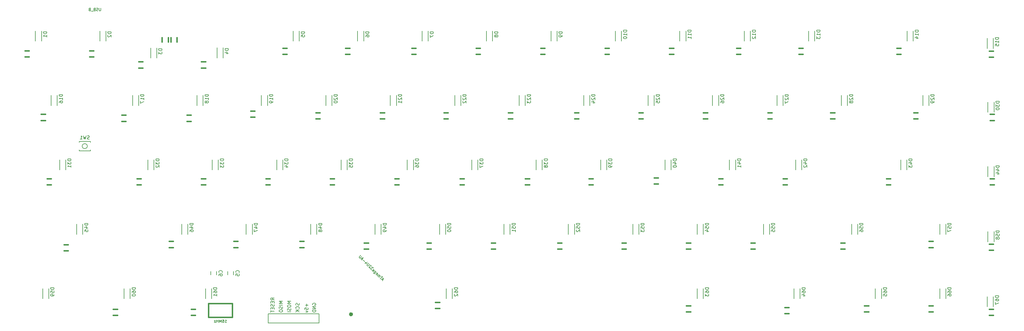
<source format=gbr>
G04 #@! TF.FileFunction,Legend,Bot*
%FSLAX46Y46*%
G04 Gerber Fmt 4.6, Leading zero omitted, Abs format (unit mm)*
G04 Created by KiCad (PCBNEW (2016-11-25 revision 30df041)-makepkg) date 12/11/16 19:09:30*
%MOMM*%
%LPD*%
G01*
G04 APERTURE LIST*
%ADD10C,0.100000*%
%ADD11C,0.150000*%
%ADD12C,0.600000*%
%ADD13C,0.400000*%
%ADD14C,0.200000*%
G04 APERTURE END LIST*
D10*
D11*
X86096348Y-96170000D02*
X86096348Y-93470000D01*
X86096348Y-93470000D02*
X101096348Y-93470000D01*
X101096348Y-93470000D02*
X101096348Y-96170000D01*
X86096348Y-96170000D02*
X101096348Y-96170000D01*
X75850000Y-81000000D02*
X75850000Y-82000000D01*
X74150000Y-82000000D02*
X74150000Y-81000000D01*
X70850000Y-81000000D02*
X70850000Y-82000000D01*
X69150000Y-82000000D02*
X69150000Y-81000000D01*
X17450000Y-13000000D02*
X17450000Y-10000000D01*
X19250000Y-13000000D02*
X19250000Y-10000000D01*
X36450000Y-13000000D02*
X36450000Y-10000000D01*
X38250000Y-13000000D02*
X38250000Y-10000000D01*
X51424000Y-18002000D02*
X51424000Y-15002000D01*
X53224000Y-18002000D02*
X53224000Y-15002000D01*
X71000000Y-17950000D02*
X71000000Y-14950000D01*
X72800000Y-17950000D02*
X72800000Y-14950000D01*
X93450000Y-13000000D02*
X93450000Y-10000000D01*
X95250000Y-13000000D02*
X95250000Y-10000000D01*
X112450000Y-13000000D02*
X112450000Y-10000000D01*
X114250000Y-13000000D02*
X114250000Y-10000000D01*
X131450000Y-13000000D02*
X131450000Y-10000000D01*
X133250000Y-13000000D02*
X133250000Y-10000000D01*
X150450000Y-13000000D02*
X150450000Y-10000000D01*
X152250000Y-13000000D02*
X152250000Y-10000000D01*
X169450000Y-13000000D02*
X169450000Y-10000000D01*
X171250000Y-13000000D02*
X171250000Y-10000000D01*
X188450000Y-13000000D02*
X188450000Y-10000000D01*
X190250000Y-13000000D02*
X190250000Y-10000000D01*
X207450000Y-13000000D02*
X207450000Y-10000000D01*
X209250000Y-13000000D02*
X209250000Y-10000000D01*
X226450000Y-13000000D02*
X226450000Y-10000000D01*
X228250000Y-13000000D02*
X228250000Y-10000000D01*
X245450000Y-13000000D02*
X245450000Y-10000000D01*
X247250000Y-13000000D02*
X247250000Y-10000000D01*
X274450000Y-13000000D02*
X274450000Y-10000000D01*
X276250000Y-13000000D02*
X276250000Y-10000000D01*
X298100000Y-15165000D02*
X298100000Y-12165000D01*
X299900000Y-15165000D02*
X299900000Y-12165000D01*
X22100000Y-32000000D02*
X22100000Y-29000000D01*
X23900000Y-32000000D02*
X23900000Y-29000000D01*
X46100000Y-32000000D02*
X46100000Y-29000000D01*
X47900000Y-32000000D02*
X47900000Y-29000000D01*
X65100000Y-32000000D02*
X65100000Y-29000000D01*
X66900000Y-32000000D02*
X66900000Y-29000000D01*
X84100000Y-32000000D02*
X84100000Y-29000000D01*
X85900000Y-32000000D02*
X85900000Y-29000000D01*
X103100000Y-32000000D02*
X103100000Y-29000000D01*
X104900000Y-32000000D02*
X104900000Y-29000000D01*
X122100000Y-32000000D02*
X122100000Y-29000000D01*
X123900000Y-32000000D02*
X123900000Y-29000000D01*
X141100000Y-32000000D02*
X141100000Y-29000000D01*
X142900000Y-32000000D02*
X142900000Y-29000000D01*
X160100000Y-32000000D02*
X160100000Y-29000000D01*
X161900000Y-32000000D02*
X161900000Y-29000000D01*
X179100000Y-32000000D02*
X179100000Y-29000000D01*
X180900000Y-32000000D02*
X180900000Y-29000000D01*
X198100000Y-32000000D02*
X198100000Y-29000000D01*
X199900000Y-32000000D02*
X199900000Y-29000000D01*
X217100000Y-32000000D02*
X217100000Y-29000000D01*
X218900000Y-32000000D02*
X218900000Y-29000000D01*
X236100000Y-32000000D02*
X236100000Y-29000000D01*
X237900000Y-32000000D02*
X237900000Y-29000000D01*
X255100000Y-32000000D02*
X255100000Y-29000000D01*
X256900000Y-32000000D02*
X256900000Y-29000000D01*
X279100000Y-32000000D02*
X279100000Y-29000000D01*
X280900000Y-32000000D02*
X280900000Y-29000000D01*
X298300000Y-34000000D02*
X298300000Y-31000000D01*
X300100000Y-34000000D02*
X300100000Y-31000000D01*
X24600000Y-51000000D02*
X24600000Y-48000000D01*
X26400000Y-51000000D02*
X26400000Y-48000000D01*
X50600000Y-51000000D02*
X50600000Y-48000000D01*
X52400000Y-51000000D02*
X52400000Y-48000000D01*
X69600000Y-51000000D02*
X69600000Y-48000000D01*
X71400000Y-51000000D02*
X71400000Y-48000000D01*
X88600000Y-51000000D02*
X88600000Y-48000000D01*
X90400000Y-51000000D02*
X90400000Y-48000000D01*
X107600000Y-51000000D02*
X107600000Y-48000000D01*
X109400000Y-51000000D02*
X109400000Y-48000000D01*
X127100000Y-51000000D02*
X127100000Y-48000000D01*
X128900000Y-51000000D02*
X128900000Y-48000000D01*
X146100000Y-51000000D02*
X146100000Y-48000000D01*
X147900000Y-51000000D02*
X147900000Y-48000000D01*
X165100000Y-51000000D02*
X165100000Y-48000000D01*
X166900000Y-51000000D02*
X166900000Y-48000000D01*
X184100000Y-51000000D02*
X184100000Y-48000000D01*
X185900000Y-51000000D02*
X185900000Y-48000000D01*
X203100000Y-51000000D02*
X203100000Y-48000000D01*
X204900000Y-51000000D02*
X204900000Y-48000000D01*
X222100000Y-51000000D02*
X222100000Y-48000000D01*
X223900000Y-51000000D02*
X223900000Y-48000000D01*
X241600000Y-51000000D02*
X241600000Y-48000000D01*
X243400000Y-51000000D02*
X243400000Y-48000000D01*
X272600000Y-51000000D02*
X272600000Y-48000000D01*
X274400000Y-51000000D02*
X274400000Y-48000000D01*
D12*
X110800000Y-93636753D02*
G75*
G03X110800000Y-93636753I-300000J0D01*
G01*
D13*
X68500000Y-90450000D02*
X68500000Y-94550000D01*
X75500000Y-90450000D02*
X68500000Y-90450000D01*
X75500000Y-94550000D02*
X68500000Y-94550000D01*
X75500000Y-90450000D02*
X75500000Y-94550000D01*
D11*
X298300000Y-53000000D02*
X298300000Y-50000000D01*
X300100000Y-53000000D02*
X300100000Y-50000000D01*
X29600000Y-70000000D02*
X29600000Y-67000000D01*
X31400000Y-70000000D02*
X31400000Y-67000000D01*
X60600000Y-70000000D02*
X60600000Y-67000000D01*
X62400000Y-70000000D02*
X62400000Y-67000000D01*
X79600000Y-70000000D02*
X79600000Y-67000000D01*
X81400000Y-70000000D02*
X81400000Y-67000000D01*
X98600000Y-70000000D02*
X98600000Y-67000000D01*
X100400000Y-70000000D02*
X100400000Y-67000000D01*
X117600000Y-70000000D02*
X117600000Y-67000000D01*
X119400000Y-70000000D02*
X119400000Y-67000000D01*
X136600000Y-70000000D02*
X136600000Y-67000000D01*
X138400000Y-70000000D02*
X138400000Y-67000000D01*
X155600000Y-70000000D02*
X155600000Y-67000000D01*
X157400000Y-70000000D02*
X157400000Y-67000000D01*
X174600000Y-70000000D02*
X174600000Y-67000000D01*
X176400000Y-70000000D02*
X176400000Y-67000000D01*
X193600000Y-70000000D02*
X193600000Y-67000000D01*
X195400000Y-70000000D02*
X195400000Y-67000000D01*
X212600000Y-70000000D02*
X212600000Y-67000000D01*
X214400000Y-70000000D02*
X214400000Y-67000000D01*
X232100000Y-70000000D02*
X232100000Y-67000000D01*
X233900000Y-70000000D02*
X233900000Y-67000000D01*
X258100000Y-70000000D02*
X258100000Y-67000000D01*
X259900000Y-70000000D02*
X259900000Y-67000000D01*
X284100000Y-70000000D02*
X284100000Y-67000000D01*
X285900000Y-70000000D02*
X285900000Y-67000000D01*
X298300000Y-72200000D02*
X298300000Y-69200000D01*
X300100000Y-72200000D02*
X300100000Y-69200000D01*
X19600000Y-89000000D02*
X19600000Y-86000000D01*
X21400000Y-89000000D02*
X21400000Y-86000000D01*
X43600000Y-89000000D02*
X43600000Y-86000000D01*
X45400000Y-89000000D02*
X45400000Y-86000000D01*
X67600000Y-89000000D02*
X67600000Y-86000000D01*
X69400000Y-89000000D02*
X69400000Y-86000000D01*
X138600000Y-89000000D02*
X138600000Y-86000000D01*
X140400000Y-89000000D02*
X140400000Y-86000000D01*
X212600000Y-89000000D02*
X212600000Y-86000000D01*
X214400000Y-89000000D02*
X214400000Y-86000000D01*
X241100000Y-89000000D02*
X241100000Y-86000000D01*
X242900000Y-89000000D02*
X242900000Y-86000000D01*
X265100000Y-89000000D02*
X265100000Y-86000000D01*
X266900000Y-89000000D02*
X266900000Y-86000000D01*
X284100000Y-89000000D02*
X284100000Y-86000000D01*
X285900000Y-89000000D02*
X285900000Y-86000000D01*
X298100000Y-91400000D02*
X298100000Y-88400000D01*
X299900000Y-91400000D02*
X299900000Y-88400000D01*
D13*
X57396000Y-12000000D02*
X57396000Y-13200000D01*
X59196000Y-12000000D02*
X59196000Y-13200000D01*
X56596000Y-13200000D02*
X56596000Y-12000000D01*
X54796000Y-13200000D02*
X54796000Y-12000000D01*
X14400000Y-15850000D02*
X15600000Y-15850000D01*
X14400000Y-17650000D02*
X15600000Y-17650000D01*
X33400000Y-17650000D02*
X34600000Y-17650000D01*
X33400000Y-15850000D02*
X34600000Y-15850000D01*
X47900000Y-19100000D02*
X49100000Y-19100000D01*
X47900000Y-20900000D02*
X49100000Y-20900000D01*
X66400000Y-20900000D02*
X67600000Y-20900000D01*
X66400000Y-19100000D02*
X67600000Y-19100000D01*
X90400000Y-15100000D02*
X91600000Y-15100000D01*
X90400000Y-16900000D02*
X91600000Y-16900000D01*
X108900000Y-16900000D02*
X110100000Y-16900000D01*
X108900000Y-15100000D02*
X110100000Y-15100000D01*
X128400000Y-15100000D02*
X129600000Y-15100000D01*
X128400000Y-16900000D02*
X129600000Y-16900000D01*
X147400000Y-15100000D02*
X148600000Y-15100000D01*
X147400000Y-16900000D02*
X148600000Y-16900000D01*
X166400000Y-16900000D02*
X167600000Y-16900000D01*
X166400000Y-15100000D02*
X167600000Y-15100000D01*
X185400000Y-16900000D02*
X186600000Y-16900000D01*
X185400000Y-15100000D02*
X186600000Y-15100000D01*
X204400000Y-16900000D02*
X205600000Y-16900000D01*
X204400000Y-15100000D02*
X205600000Y-15100000D01*
X224150000Y-15100000D02*
X225350000Y-15100000D01*
X224150000Y-16900000D02*
X225350000Y-16900000D01*
X242525000Y-16900000D02*
X243725000Y-16900000D01*
X242525000Y-15100000D02*
X243725000Y-15100000D01*
X271400000Y-16900000D02*
X272600000Y-16900000D01*
X271400000Y-15100000D02*
X272600000Y-15100000D01*
X298700000Y-15900000D02*
X299900000Y-15900000D01*
X298700000Y-17700000D02*
X299900000Y-17700000D01*
X19150000Y-34600000D02*
X20350000Y-34600000D01*
X19150000Y-36400000D02*
X20350000Y-36400000D01*
X42900000Y-34850000D02*
X44100000Y-34850000D01*
X42900000Y-36650000D02*
X44100000Y-36650000D01*
X62150000Y-34850000D02*
X63350000Y-34850000D01*
X62150000Y-36650000D02*
X63350000Y-36650000D01*
X80900000Y-35400000D02*
X82100000Y-35400000D01*
X80900000Y-33600000D02*
X82100000Y-33600000D01*
X100150000Y-34100000D02*
X101350000Y-34100000D01*
X100150000Y-35900000D02*
X101350000Y-35900000D01*
X119150000Y-35900000D02*
X120350000Y-35900000D01*
X119150000Y-34100000D02*
X120350000Y-34100000D01*
X137900000Y-34100000D02*
X139100000Y-34100000D01*
X137900000Y-35900000D02*
X139100000Y-35900000D01*
X156900000Y-35900000D02*
X158100000Y-35900000D01*
X156900000Y-34100000D02*
X158100000Y-34100000D01*
X176400000Y-34100000D02*
X177600000Y-34100000D01*
X176400000Y-35900000D02*
X177600000Y-35900000D01*
X195400000Y-35900000D02*
X196600000Y-35900000D01*
X195400000Y-34100000D02*
X196600000Y-34100000D01*
X214400000Y-34100000D02*
X215600000Y-34100000D01*
X214400000Y-35900000D02*
X215600000Y-35900000D01*
X233400000Y-35900000D02*
X234600000Y-35900000D01*
X233400000Y-34100000D02*
X234600000Y-34100000D01*
X251900000Y-34100000D02*
X253100000Y-34100000D01*
X251900000Y-35900000D02*
X253100000Y-35900000D01*
X276400000Y-35900000D02*
X277600000Y-35900000D01*
X276400000Y-34100000D02*
X277600000Y-34100000D01*
X298900000Y-34600000D02*
X300100000Y-34600000D01*
X298900000Y-36400000D02*
X300100000Y-36400000D01*
X20900000Y-55400000D02*
X22100000Y-55400000D01*
X20900000Y-53600000D02*
X22100000Y-53600000D01*
X47400000Y-53600000D02*
X48600000Y-53600000D01*
X47400000Y-55400000D02*
X48600000Y-55400000D01*
X66400000Y-55400000D02*
X67600000Y-55400000D01*
X66400000Y-53600000D02*
X67600000Y-53600000D01*
X85400000Y-53600000D02*
X86600000Y-53600000D01*
X85400000Y-55400000D02*
X86600000Y-55400000D01*
X104400000Y-55400000D02*
X105600000Y-55400000D01*
X104400000Y-53600000D02*
X105600000Y-53600000D01*
X123400000Y-55400000D02*
X124600000Y-55400000D01*
X123400000Y-53600000D02*
X124600000Y-53600000D01*
X142650000Y-53600000D02*
X143850000Y-53600000D01*
X142650000Y-55400000D02*
X143850000Y-55400000D01*
X161900000Y-53600000D02*
X163100000Y-53600000D01*
X161900000Y-55400000D02*
X163100000Y-55400000D01*
X180650000Y-55400000D02*
X181850000Y-55400000D01*
X180650000Y-53600000D02*
X181850000Y-53600000D01*
X199900000Y-53350000D02*
X201100000Y-53350000D01*
X199900000Y-55150000D02*
X201100000Y-55150000D01*
X218900000Y-55400000D02*
X220100000Y-55400000D01*
X218900000Y-53600000D02*
X220100000Y-53600000D01*
X237900000Y-53600000D02*
X239100000Y-53600000D01*
X237900000Y-55400000D02*
X239100000Y-55400000D01*
X268400000Y-55400000D02*
X269600000Y-55400000D01*
X268400000Y-53600000D02*
X269600000Y-53600000D01*
X298900000Y-53600000D02*
X300100000Y-53600000D01*
X298900000Y-55400000D02*
X300100000Y-55400000D01*
X25900000Y-73100000D02*
X27100000Y-73100000D01*
X25900000Y-74900000D02*
X27100000Y-74900000D01*
X56900000Y-73900000D02*
X58100000Y-73900000D01*
X56900000Y-72100000D02*
X58100000Y-72100000D01*
X75900000Y-72100000D02*
X77100000Y-72100000D01*
X75900000Y-73900000D02*
X77100000Y-73900000D01*
X95400000Y-73900000D02*
X96600000Y-73900000D01*
X95400000Y-72100000D02*
X96600000Y-72100000D01*
X114400000Y-72600000D02*
X115600000Y-72600000D01*
X114400000Y-74400000D02*
X115600000Y-74400000D01*
X132900000Y-74400000D02*
X134100000Y-74400000D01*
X132900000Y-72600000D02*
X134100000Y-72600000D01*
X151900000Y-72600000D02*
X153100000Y-72600000D01*
X151900000Y-74400000D02*
X153100000Y-74400000D01*
X171400000Y-74400000D02*
X172600000Y-74400000D01*
X171400000Y-72600000D02*
X172600000Y-72600000D01*
X190400000Y-72600000D02*
X191600000Y-72600000D01*
X190400000Y-74400000D02*
X191600000Y-74400000D01*
X209400000Y-74400000D02*
X210600000Y-74400000D01*
X209400000Y-72600000D02*
X210600000Y-72600000D01*
X228400000Y-72600000D02*
X229600000Y-72600000D01*
X228400000Y-74400000D02*
X229600000Y-74400000D01*
X254900000Y-72600000D02*
X256100000Y-72600000D01*
X254900000Y-74400000D02*
X256100000Y-74400000D01*
X280900000Y-72100000D02*
X282100000Y-72100000D01*
X280900000Y-73900000D02*
X282100000Y-73900000D01*
X298700000Y-74700000D02*
X299900000Y-74700000D01*
X298700000Y-72900000D02*
X299900000Y-72900000D01*
X40400000Y-93900000D02*
X41600000Y-93900000D01*
X40400000Y-92100000D02*
X41600000Y-92100000D01*
X63400000Y-92100000D02*
X64600000Y-92100000D01*
X63400000Y-93900000D02*
X64600000Y-93900000D01*
X135400000Y-91900000D02*
X136600000Y-91900000D01*
X135400000Y-90100000D02*
X136600000Y-90100000D01*
X209400000Y-92900000D02*
X210600000Y-92900000D01*
X209400000Y-91100000D02*
X210600000Y-91100000D01*
X238400000Y-91600000D02*
X239600000Y-91600000D01*
X238400000Y-93400000D02*
X239600000Y-93400000D01*
X261900000Y-92900000D02*
X263100000Y-92900000D01*
X261900000Y-91100000D02*
X263100000Y-91100000D01*
X280900000Y-91100000D02*
X282100000Y-91100000D01*
X280900000Y-92900000D02*
X282100000Y-92900000D01*
X298700000Y-93900000D02*
X299900000Y-93900000D01*
X298700000Y-92100000D02*
X299900000Y-92100000D01*
D11*
X32750000Y-44000000D02*
G75*
G03X32750000Y-44000000I-750000J0D01*
G01*
X33650000Y-45100000D02*
X33650000Y-45400000D01*
X33650000Y-45400000D02*
X30350000Y-45400000D01*
X30350000Y-45400000D02*
X30350000Y-45100000D01*
X33650000Y-42900000D02*
X33650000Y-42600000D01*
X33650000Y-42600000D02*
X30350000Y-42600000D01*
X30350000Y-42600000D02*
X30350000Y-42900000D01*
X90348728Y-89798571D02*
X89348728Y-89798571D01*
X90063014Y-90131904D01*
X89348728Y-90465238D01*
X90348728Y-90465238D01*
X90348728Y-90941428D02*
X89348728Y-90941428D01*
X90301109Y-91370000D02*
X90348728Y-91512857D01*
X90348728Y-91750952D01*
X90301109Y-91846190D01*
X90253490Y-91893809D01*
X90158252Y-91941428D01*
X90063014Y-91941428D01*
X89967776Y-91893809D01*
X89920157Y-91846190D01*
X89872538Y-91750952D01*
X89824919Y-91560476D01*
X89777300Y-91465238D01*
X89729681Y-91417619D01*
X89634443Y-91370000D01*
X89539205Y-91370000D01*
X89443967Y-91417619D01*
X89396348Y-91465238D01*
X89348728Y-91560476D01*
X89348728Y-91798571D01*
X89396348Y-91941428D01*
X89348728Y-92560476D02*
X89348728Y-92750952D01*
X89396348Y-92846190D01*
X89491586Y-92941428D01*
X89682062Y-92989047D01*
X90015395Y-92989047D01*
X90205871Y-92941428D01*
X90301109Y-92846190D01*
X90348728Y-92750952D01*
X90348728Y-92560476D01*
X90301109Y-92465238D01*
X90205871Y-92370000D01*
X90015395Y-92322380D01*
X89682062Y-92322380D01*
X89491586Y-92370000D01*
X89396348Y-92465238D01*
X89348728Y-92560476D01*
X97467776Y-90531904D02*
X97467776Y-91293809D01*
X97848728Y-90912857D02*
X97086824Y-90912857D01*
X96848728Y-92246190D02*
X96848728Y-91770000D01*
X97324919Y-91722380D01*
X97277300Y-91770000D01*
X97229681Y-91865238D01*
X97229681Y-92103333D01*
X97277300Y-92198571D01*
X97324919Y-92246190D01*
X97420157Y-92293809D01*
X97658252Y-92293809D01*
X97753490Y-92246190D01*
X97801109Y-92198571D01*
X97848728Y-92103333D01*
X97848728Y-91865238D01*
X97801109Y-91770000D01*
X97753490Y-91722380D01*
X97182062Y-92627142D02*
X97848728Y-92865238D01*
X97182062Y-93103333D01*
X95201109Y-90384285D02*
X95248728Y-90527142D01*
X95248728Y-90765238D01*
X95201109Y-90860476D01*
X95153490Y-90908095D01*
X95058252Y-90955714D01*
X94963014Y-90955714D01*
X94867776Y-90908095D01*
X94820157Y-90860476D01*
X94772538Y-90765238D01*
X94724919Y-90574761D01*
X94677300Y-90479523D01*
X94629681Y-90431904D01*
X94534443Y-90384285D01*
X94439205Y-90384285D01*
X94343967Y-90431904D01*
X94296348Y-90479523D01*
X94248728Y-90574761D01*
X94248728Y-90812857D01*
X94296348Y-90955714D01*
X95153490Y-91955714D02*
X95201109Y-91908095D01*
X95248728Y-91765238D01*
X95248728Y-91670000D01*
X95201109Y-91527142D01*
X95105871Y-91431904D01*
X95010633Y-91384285D01*
X94820157Y-91336666D01*
X94677300Y-91336666D01*
X94486824Y-91384285D01*
X94391586Y-91431904D01*
X94296348Y-91527142D01*
X94248728Y-91670000D01*
X94248728Y-91765238D01*
X94296348Y-91908095D01*
X94343967Y-91955714D01*
X95248728Y-92384285D02*
X94248728Y-92384285D01*
X95248728Y-92955714D02*
X94677300Y-92527142D01*
X94248728Y-92955714D02*
X94820157Y-92384285D01*
X92748728Y-89798571D02*
X91748728Y-89798571D01*
X92463014Y-90131904D01*
X91748728Y-90465238D01*
X92748728Y-90465238D01*
X91748728Y-91131904D02*
X91748728Y-91322380D01*
X91796348Y-91417619D01*
X91891586Y-91512857D01*
X92082062Y-91560476D01*
X92415395Y-91560476D01*
X92605871Y-91512857D01*
X92701109Y-91417619D01*
X92748728Y-91322380D01*
X92748728Y-91131904D01*
X92701109Y-91036666D01*
X92605871Y-90941428D01*
X92415395Y-90893809D01*
X92082062Y-90893809D01*
X91891586Y-90941428D01*
X91796348Y-91036666D01*
X91748728Y-91131904D01*
X92701109Y-91941428D02*
X92748728Y-92084285D01*
X92748728Y-92322380D01*
X92701109Y-92417619D01*
X92653490Y-92465238D01*
X92558252Y-92512857D01*
X92463014Y-92512857D01*
X92367776Y-92465238D01*
X92320157Y-92417619D01*
X92272538Y-92322380D01*
X92224919Y-92131904D01*
X92177300Y-92036666D01*
X92129681Y-91989047D01*
X92034443Y-91941428D01*
X91939205Y-91941428D01*
X91843967Y-91989047D01*
X91796348Y-92036666D01*
X91748728Y-92131904D01*
X91748728Y-92370000D01*
X91796348Y-92512857D01*
X92748728Y-92941428D02*
X91748728Y-92941428D01*
X87848728Y-89417619D02*
X87372538Y-89084285D01*
X87848728Y-88846190D02*
X86848728Y-88846190D01*
X86848728Y-89227142D01*
X86896348Y-89322380D01*
X86943967Y-89370000D01*
X87039205Y-89417619D01*
X87182062Y-89417619D01*
X87277300Y-89370000D01*
X87324919Y-89322380D01*
X87372538Y-89227142D01*
X87372538Y-88846190D01*
X87324919Y-89846190D02*
X87324919Y-90179523D01*
X87848728Y-90322380D02*
X87848728Y-89846190D01*
X86848728Y-89846190D01*
X86848728Y-90322380D01*
X87801109Y-90703333D02*
X87848728Y-90846190D01*
X87848728Y-91084285D01*
X87801109Y-91179523D01*
X87753490Y-91227142D01*
X87658252Y-91274761D01*
X87563014Y-91274761D01*
X87467776Y-91227142D01*
X87420157Y-91179523D01*
X87372538Y-91084285D01*
X87324919Y-90893809D01*
X87277300Y-90798571D01*
X87229681Y-90750952D01*
X87134443Y-90703333D01*
X87039205Y-90703333D01*
X86943967Y-90750952D01*
X86896348Y-90798571D01*
X86848728Y-90893809D01*
X86848728Y-91131904D01*
X86896348Y-91274761D01*
X87324919Y-91703333D02*
X87324919Y-92036666D01*
X87848728Y-92179523D02*
X87848728Y-91703333D01*
X86848728Y-91703333D01*
X86848728Y-92179523D01*
X86848728Y-92465238D02*
X86848728Y-93036666D01*
X87848728Y-92750952D02*
X86848728Y-92750952D01*
X99196348Y-90908095D02*
X99148728Y-90812857D01*
X99148728Y-90670000D01*
X99196348Y-90527142D01*
X99291586Y-90431904D01*
X99386824Y-90384285D01*
X99577300Y-90336666D01*
X99720157Y-90336666D01*
X99910633Y-90384285D01*
X100005871Y-90431904D01*
X100101109Y-90527142D01*
X100148728Y-90670000D01*
X100148728Y-90765238D01*
X100101109Y-90908095D01*
X100053490Y-90955714D01*
X99720157Y-90955714D01*
X99720157Y-90765238D01*
X100148728Y-91384285D02*
X99148728Y-91384285D01*
X100148728Y-91955714D01*
X99148728Y-91955714D01*
X100148728Y-92431904D02*
X99148728Y-92431904D01*
X99148728Y-92670000D01*
X99196348Y-92812857D01*
X99291586Y-92908095D01*
X99386824Y-92955714D01*
X99577300Y-93003333D01*
X99720157Y-93003333D01*
X99910633Y-92955714D01*
X100005871Y-92908095D01*
X100101109Y-92812857D01*
X100148728Y-92670000D01*
X100148728Y-92431904D01*
X77457142Y-81333333D02*
X77504761Y-81285714D01*
X77552380Y-81142857D01*
X77552380Y-81047619D01*
X77504761Y-80904761D01*
X77409523Y-80809523D01*
X77314285Y-80761904D01*
X77123809Y-80714285D01*
X76980952Y-80714285D01*
X76790476Y-80761904D01*
X76695238Y-80809523D01*
X76600000Y-80904761D01*
X76552380Y-81047619D01*
X76552380Y-81142857D01*
X76600000Y-81285714D01*
X76647619Y-81333333D01*
X76552380Y-82238095D02*
X76552380Y-81761904D01*
X77028571Y-81714285D01*
X76980952Y-81761904D01*
X76933333Y-81857142D01*
X76933333Y-82095238D01*
X76980952Y-82190476D01*
X77028571Y-82238095D01*
X77123809Y-82285714D01*
X77361904Y-82285714D01*
X77457142Y-82238095D01*
X77504761Y-82190476D01*
X77552380Y-82095238D01*
X77552380Y-81857142D01*
X77504761Y-81761904D01*
X77457142Y-81714285D01*
X72457142Y-81333333D02*
X72504761Y-81285714D01*
X72552380Y-81142857D01*
X72552380Y-81047619D01*
X72504761Y-80904761D01*
X72409523Y-80809523D01*
X72314285Y-80761904D01*
X72123809Y-80714285D01*
X71980952Y-80714285D01*
X71790476Y-80761904D01*
X71695238Y-80809523D01*
X71600000Y-80904761D01*
X71552380Y-81047619D01*
X71552380Y-81142857D01*
X71600000Y-81285714D01*
X71647619Y-81333333D01*
X71552380Y-82190476D02*
X71552380Y-82000000D01*
X71600000Y-81904761D01*
X71647619Y-81857142D01*
X71790476Y-81761904D01*
X71980952Y-81714285D01*
X72361904Y-81714285D01*
X72457142Y-81761904D01*
X72504761Y-81809523D01*
X72552380Y-81904761D01*
X72552380Y-82095238D01*
X72504761Y-82190476D01*
X72457142Y-82238095D01*
X72361904Y-82285714D01*
X72123809Y-82285714D01*
X72028571Y-82238095D01*
X71980952Y-82190476D01*
X71933333Y-82095238D01*
X71933333Y-81904761D01*
X71980952Y-81809523D01*
X72028571Y-81761904D01*
X72123809Y-81714285D01*
X20802380Y-10261904D02*
X19802380Y-10261904D01*
X19802380Y-10500000D01*
X19850000Y-10642857D01*
X19945238Y-10738095D01*
X20040476Y-10785714D01*
X20230952Y-10833333D01*
X20373809Y-10833333D01*
X20564285Y-10785714D01*
X20659523Y-10738095D01*
X20754761Y-10642857D01*
X20802380Y-10500000D01*
X20802380Y-10261904D01*
X20802380Y-11785714D02*
X20802380Y-11214285D01*
X20802380Y-11500000D02*
X19802380Y-11500000D01*
X19945238Y-11404761D01*
X20040476Y-11309523D01*
X20088095Y-11214285D01*
X39802380Y-10261904D02*
X38802380Y-10261904D01*
X38802380Y-10500000D01*
X38850000Y-10642857D01*
X38945238Y-10738095D01*
X39040476Y-10785714D01*
X39230952Y-10833333D01*
X39373809Y-10833333D01*
X39564285Y-10785714D01*
X39659523Y-10738095D01*
X39754761Y-10642857D01*
X39802380Y-10500000D01*
X39802380Y-10261904D01*
X38897619Y-11214285D02*
X38850000Y-11261904D01*
X38802380Y-11357142D01*
X38802380Y-11595238D01*
X38850000Y-11690476D01*
X38897619Y-11738095D01*
X38992857Y-11785714D01*
X39088095Y-11785714D01*
X39230952Y-11738095D01*
X39802380Y-11166666D01*
X39802380Y-11785714D01*
X54776380Y-15263904D02*
X53776380Y-15263904D01*
X53776380Y-15502000D01*
X53824000Y-15644857D01*
X53919238Y-15740095D01*
X54014476Y-15787714D01*
X54204952Y-15835333D01*
X54347809Y-15835333D01*
X54538285Y-15787714D01*
X54633523Y-15740095D01*
X54728761Y-15644857D01*
X54776380Y-15502000D01*
X54776380Y-15263904D01*
X53776380Y-16168666D02*
X53776380Y-16787714D01*
X54157333Y-16454380D01*
X54157333Y-16597238D01*
X54204952Y-16692476D01*
X54252571Y-16740095D01*
X54347809Y-16787714D01*
X54585904Y-16787714D01*
X54681142Y-16740095D01*
X54728761Y-16692476D01*
X54776380Y-16597238D01*
X54776380Y-16311523D01*
X54728761Y-16216285D01*
X54681142Y-16168666D01*
X74352380Y-15211904D02*
X73352380Y-15211904D01*
X73352380Y-15450000D01*
X73400000Y-15592857D01*
X73495238Y-15688095D01*
X73590476Y-15735714D01*
X73780952Y-15783333D01*
X73923809Y-15783333D01*
X74114285Y-15735714D01*
X74209523Y-15688095D01*
X74304761Y-15592857D01*
X74352380Y-15450000D01*
X74352380Y-15211904D01*
X73685714Y-16640476D02*
X74352380Y-16640476D01*
X73304761Y-16402380D02*
X74019047Y-16164285D01*
X74019047Y-16783333D01*
X96802380Y-10261904D02*
X95802380Y-10261904D01*
X95802380Y-10500000D01*
X95850000Y-10642857D01*
X95945238Y-10738095D01*
X96040476Y-10785714D01*
X96230952Y-10833333D01*
X96373809Y-10833333D01*
X96564285Y-10785714D01*
X96659523Y-10738095D01*
X96754761Y-10642857D01*
X96802380Y-10500000D01*
X96802380Y-10261904D01*
X95802380Y-11738095D02*
X95802380Y-11261904D01*
X96278571Y-11214285D01*
X96230952Y-11261904D01*
X96183333Y-11357142D01*
X96183333Y-11595238D01*
X96230952Y-11690476D01*
X96278571Y-11738095D01*
X96373809Y-11785714D01*
X96611904Y-11785714D01*
X96707142Y-11738095D01*
X96754761Y-11690476D01*
X96802380Y-11595238D01*
X96802380Y-11357142D01*
X96754761Y-11261904D01*
X96707142Y-11214285D01*
X115802380Y-10261904D02*
X114802380Y-10261904D01*
X114802380Y-10500000D01*
X114850000Y-10642857D01*
X114945238Y-10738095D01*
X115040476Y-10785714D01*
X115230952Y-10833333D01*
X115373809Y-10833333D01*
X115564285Y-10785714D01*
X115659523Y-10738095D01*
X115754761Y-10642857D01*
X115802380Y-10500000D01*
X115802380Y-10261904D01*
X114802380Y-11690476D02*
X114802380Y-11500000D01*
X114850000Y-11404761D01*
X114897619Y-11357142D01*
X115040476Y-11261904D01*
X115230952Y-11214285D01*
X115611904Y-11214285D01*
X115707142Y-11261904D01*
X115754761Y-11309523D01*
X115802380Y-11404761D01*
X115802380Y-11595238D01*
X115754761Y-11690476D01*
X115707142Y-11738095D01*
X115611904Y-11785714D01*
X115373809Y-11785714D01*
X115278571Y-11738095D01*
X115230952Y-11690476D01*
X115183333Y-11595238D01*
X115183333Y-11404761D01*
X115230952Y-11309523D01*
X115278571Y-11261904D01*
X115373809Y-11214285D01*
X134802380Y-10261904D02*
X133802380Y-10261904D01*
X133802380Y-10500000D01*
X133850000Y-10642857D01*
X133945238Y-10738095D01*
X134040476Y-10785714D01*
X134230952Y-10833333D01*
X134373809Y-10833333D01*
X134564285Y-10785714D01*
X134659523Y-10738095D01*
X134754761Y-10642857D01*
X134802380Y-10500000D01*
X134802380Y-10261904D01*
X133802380Y-11166666D02*
X133802380Y-11833333D01*
X134802380Y-11404761D01*
X153802380Y-10261904D02*
X152802380Y-10261904D01*
X152802380Y-10500000D01*
X152850000Y-10642857D01*
X152945238Y-10738095D01*
X153040476Y-10785714D01*
X153230952Y-10833333D01*
X153373809Y-10833333D01*
X153564285Y-10785714D01*
X153659523Y-10738095D01*
X153754761Y-10642857D01*
X153802380Y-10500000D01*
X153802380Y-10261904D01*
X153230952Y-11404761D02*
X153183333Y-11309523D01*
X153135714Y-11261904D01*
X153040476Y-11214285D01*
X152992857Y-11214285D01*
X152897619Y-11261904D01*
X152850000Y-11309523D01*
X152802380Y-11404761D01*
X152802380Y-11595238D01*
X152850000Y-11690476D01*
X152897619Y-11738095D01*
X152992857Y-11785714D01*
X153040476Y-11785714D01*
X153135714Y-11738095D01*
X153183333Y-11690476D01*
X153230952Y-11595238D01*
X153230952Y-11404761D01*
X153278571Y-11309523D01*
X153326190Y-11261904D01*
X153421428Y-11214285D01*
X153611904Y-11214285D01*
X153707142Y-11261904D01*
X153754761Y-11309523D01*
X153802380Y-11404761D01*
X153802380Y-11595238D01*
X153754761Y-11690476D01*
X153707142Y-11738095D01*
X153611904Y-11785714D01*
X153421428Y-11785714D01*
X153326190Y-11738095D01*
X153278571Y-11690476D01*
X153230952Y-11595238D01*
X172802380Y-10261904D02*
X171802380Y-10261904D01*
X171802380Y-10500000D01*
X171850000Y-10642857D01*
X171945238Y-10738095D01*
X172040476Y-10785714D01*
X172230952Y-10833333D01*
X172373809Y-10833333D01*
X172564285Y-10785714D01*
X172659523Y-10738095D01*
X172754761Y-10642857D01*
X172802380Y-10500000D01*
X172802380Y-10261904D01*
X172802380Y-11309523D02*
X172802380Y-11500000D01*
X172754761Y-11595238D01*
X172707142Y-11642857D01*
X172564285Y-11738095D01*
X172373809Y-11785714D01*
X171992857Y-11785714D01*
X171897619Y-11738095D01*
X171850000Y-11690476D01*
X171802380Y-11595238D01*
X171802380Y-11404761D01*
X171850000Y-11309523D01*
X171897619Y-11261904D01*
X171992857Y-11214285D01*
X172230952Y-11214285D01*
X172326190Y-11261904D01*
X172373809Y-11309523D01*
X172421428Y-11404761D01*
X172421428Y-11595238D01*
X172373809Y-11690476D01*
X172326190Y-11738095D01*
X172230952Y-11785714D01*
X191802380Y-9785714D02*
X190802380Y-9785714D01*
X190802380Y-10023809D01*
X190850000Y-10166666D01*
X190945238Y-10261904D01*
X191040476Y-10309523D01*
X191230952Y-10357142D01*
X191373809Y-10357142D01*
X191564285Y-10309523D01*
X191659523Y-10261904D01*
X191754761Y-10166666D01*
X191802380Y-10023809D01*
X191802380Y-9785714D01*
X191802380Y-11309523D02*
X191802380Y-10738095D01*
X191802380Y-11023809D02*
X190802380Y-11023809D01*
X190945238Y-10928571D01*
X191040476Y-10833333D01*
X191088095Y-10738095D01*
X190802380Y-11928571D02*
X190802380Y-12023809D01*
X190850000Y-12119047D01*
X190897619Y-12166666D01*
X190992857Y-12214285D01*
X191183333Y-12261904D01*
X191421428Y-12261904D01*
X191611904Y-12214285D01*
X191707142Y-12166666D01*
X191754761Y-12119047D01*
X191802380Y-12023809D01*
X191802380Y-11928571D01*
X191754761Y-11833333D01*
X191707142Y-11785714D01*
X191611904Y-11738095D01*
X191421428Y-11690476D01*
X191183333Y-11690476D01*
X190992857Y-11738095D01*
X190897619Y-11785714D01*
X190850000Y-11833333D01*
X190802380Y-11928571D01*
X210802380Y-9785714D02*
X209802380Y-9785714D01*
X209802380Y-10023809D01*
X209850000Y-10166666D01*
X209945238Y-10261904D01*
X210040476Y-10309523D01*
X210230952Y-10357142D01*
X210373809Y-10357142D01*
X210564285Y-10309523D01*
X210659523Y-10261904D01*
X210754761Y-10166666D01*
X210802380Y-10023809D01*
X210802380Y-9785714D01*
X210802380Y-11309523D02*
X210802380Y-10738095D01*
X210802380Y-11023809D02*
X209802380Y-11023809D01*
X209945238Y-10928571D01*
X210040476Y-10833333D01*
X210088095Y-10738095D01*
X210802380Y-12261904D02*
X210802380Y-11690476D01*
X210802380Y-11976190D02*
X209802380Y-11976190D01*
X209945238Y-11880952D01*
X210040476Y-11785714D01*
X210088095Y-11690476D01*
X229802380Y-9785714D02*
X228802380Y-9785714D01*
X228802380Y-10023809D01*
X228850000Y-10166666D01*
X228945238Y-10261904D01*
X229040476Y-10309523D01*
X229230952Y-10357142D01*
X229373809Y-10357142D01*
X229564285Y-10309523D01*
X229659523Y-10261904D01*
X229754761Y-10166666D01*
X229802380Y-10023809D01*
X229802380Y-9785714D01*
X229802380Y-11309523D02*
X229802380Y-10738095D01*
X229802380Y-11023809D02*
X228802380Y-11023809D01*
X228945238Y-10928571D01*
X229040476Y-10833333D01*
X229088095Y-10738095D01*
X228897619Y-11690476D02*
X228850000Y-11738095D01*
X228802380Y-11833333D01*
X228802380Y-12071428D01*
X228850000Y-12166666D01*
X228897619Y-12214285D01*
X228992857Y-12261904D01*
X229088095Y-12261904D01*
X229230952Y-12214285D01*
X229802380Y-11642857D01*
X229802380Y-12261904D01*
X248802380Y-9785714D02*
X247802380Y-9785714D01*
X247802380Y-10023809D01*
X247850000Y-10166666D01*
X247945238Y-10261904D01*
X248040476Y-10309523D01*
X248230952Y-10357142D01*
X248373809Y-10357142D01*
X248564285Y-10309523D01*
X248659523Y-10261904D01*
X248754761Y-10166666D01*
X248802380Y-10023809D01*
X248802380Y-9785714D01*
X248802380Y-11309523D02*
X248802380Y-10738095D01*
X248802380Y-11023809D02*
X247802380Y-11023809D01*
X247945238Y-10928571D01*
X248040476Y-10833333D01*
X248088095Y-10738095D01*
X247802380Y-11642857D02*
X247802380Y-12261904D01*
X248183333Y-11928571D01*
X248183333Y-12071428D01*
X248230952Y-12166666D01*
X248278571Y-12214285D01*
X248373809Y-12261904D01*
X248611904Y-12261904D01*
X248707142Y-12214285D01*
X248754761Y-12166666D01*
X248802380Y-12071428D01*
X248802380Y-11785714D01*
X248754761Y-11690476D01*
X248707142Y-11642857D01*
X277802380Y-9785714D02*
X276802380Y-9785714D01*
X276802380Y-10023809D01*
X276850000Y-10166666D01*
X276945238Y-10261904D01*
X277040476Y-10309523D01*
X277230952Y-10357142D01*
X277373809Y-10357142D01*
X277564285Y-10309523D01*
X277659523Y-10261904D01*
X277754761Y-10166666D01*
X277802380Y-10023809D01*
X277802380Y-9785714D01*
X277802380Y-11309523D02*
X277802380Y-10738095D01*
X277802380Y-11023809D02*
X276802380Y-11023809D01*
X276945238Y-10928571D01*
X277040476Y-10833333D01*
X277088095Y-10738095D01*
X277135714Y-12166666D02*
X277802380Y-12166666D01*
X276754761Y-11928571D02*
X277469047Y-11690476D01*
X277469047Y-12309523D01*
X301452380Y-11950714D02*
X300452380Y-11950714D01*
X300452380Y-12188809D01*
X300500000Y-12331666D01*
X300595238Y-12426904D01*
X300690476Y-12474523D01*
X300880952Y-12522142D01*
X301023809Y-12522142D01*
X301214285Y-12474523D01*
X301309523Y-12426904D01*
X301404761Y-12331666D01*
X301452380Y-12188809D01*
X301452380Y-11950714D01*
X301452380Y-13474523D02*
X301452380Y-12903095D01*
X301452380Y-13188809D02*
X300452380Y-13188809D01*
X300595238Y-13093571D01*
X300690476Y-12998333D01*
X300738095Y-12903095D01*
X300452380Y-14379285D02*
X300452380Y-13903095D01*
X300928571Y-13855476D01*
X300880952Y-13903095D01*
X300833333Y-13998333D01*
X300833333Y-14236428D01*
X300880952Y-14331666D01*
X300928571Y-14379285D01*
X301023809Y-14426904D01*
X301261904Y-14426904D01*
X301357142Y-14379285D01*
X301404761Y-14331666D01*
X301452380Y-14236428D01*
X301452380Y-13998333D01*
X301404761Y-13903095D01*
X301357142Y-13855476D01*
X25452380Y-28785714D02*
X24452380Y-28785714D01*
X24452380Y-29023809D01*
X24500000Y-29166666D01*
X24595238Y-29261904D01*
X24690476Y-29309523D01*
X24880952Y-29357142D01*
X25023809Y-29357142D01*
X25214285Y-29309523D01*
X25309523Y-29261904D01*
X25404761Y-29166666D01*
X25452380Y-29023809D01*
X25452380Y-28785714D01*
X25452380Y-30309523D02*
X25452380Y-29738095D01*
X25452380Y-30023809D02*
X24452380Y-30023809D01*
X24595238Y-29928571D01*
X24690476Y-29833333D01*
X24738095Y-29738095D01*
X24452380Y-31166666D02*
X24452380Y-30976190D01*
X24500000Y-30880952D01*
X24547619Y-30833333D01*
X24690476Y-30738095D01*
X24880952Y-30690476D01*
X25261904Y-30690476D01*
X25357142Y-30738095D01*
X25404761Y-30785714D01*
X25452380Y-30880952D01*
X25452380Y-31071428D01*
X25404761Y-31166666D01*
X25357142Y-31214285D01*
X25261904Y-31261904D01*
X25023809Y-31261904D01*
X24928571Y-31214285D01*
X24880952Y-31166666D01*
X24833333Y-31071428D01*
X24833333Y-30880952D01*
X24880952Y-30785714D01*
X24928571Y-30738095D01*
X25023809Y-30690476D01*
X49452380Y-28785714D02*
X48452380Y-28785714D01*
X48452380Y-29023809D01*
X48500000Y-29166666D01*
X48595238Y-29261904D01*
X48690476Y-29309523D01*
X48880952Y-29357142D01*
X49023809Y-29357142D01*
X49214285Y-29309523D01*
X49309523Y-29261904D01*
X49404761Y-29166666D01*
X49452380Y-29023809D01*
X49452380Y-28785714D01*
X49452380Y-30309523D02*
X49452380Y-29738095D01*
X49452380Y-30023809D02*
X48452380Y-30023809D01*
X48595238Y-29928571D01*
X48690476Y-29833333D01*
X48738095Y-29738095D01*
X48452380Y-30642857D02*
X48452380Y-31309523D01*
X49452380Y-30880952D01*
X68452380Y-28785714D02*
X67452380Y-28785714D01*
X67452380Y-29023809D01*
X67500000Y-29166666D01*
X67595238Y-29261904D01*
X67690476Y-29309523D01*
X67880952Y-29357142D01*
X68023809Y-29357142D01*
X68214285Y-29309523D01*
X68309523Y-29261904D01*
X68404761Y-29166666D01*
X68452380Y-29023809D01*
X68452380Y-28785714D01*
X68452380Y-30309523D02*
X68452380Y-29738095D01*
X68452380Y-30023809D02*
X67452380Y-30023809D01*
X67595238Y-29928571D01*
X67690476Y-29833333D01*
X67738095Y-29738095D01*
X67880952Y-30880952D02*
X67833333Y-30785714D01*
X67785714Y-30738095D01*
X67690476Y-30690476D01*
X67642857Y-30690476D01*
X67547619Y-30738095D01*
X67500000Y-30785714D01*
X67452380Y-30880952D01*
X67452380Y-31071428D01*
X67500000Y-31166666D01*
X67547619Y-31214285D01*
X67642857Y-31261904D01*
X67690476Y-31261904D01*
X67785714Y-31214285D01*
X67833333Y-31166666D01*
X67880952Y-31071428D01*
X67880952Y-30880952D01*
X67928571Y-30785714D01*
X67976190Y-30738095D01*
X68071428Y-30690476D01*
X68261904Y-30690476D01*
X68357142Y-30738095D01*
X68404761Y-30785714D01*
X68452380Y-30880952D01*
X68452380Y-31071428D01*
X68404761Y-31166666D01*
X68357142Y-31214285D01*
X68261904Y-31261904D01*
X68071428Y-31261904D01*
X67976190Y-31214285D01*
X67928571Y-31166666D01*
X67880952Y-31071428D01*
X87452380Y-28785714D02*
X86452380Y-28785714D01*
X86452380Y-29023809D01*
X86500000Y-29166666D01*
X86595238Y-29261904D01*
X86690476Y-29309523D01*
X86880952Y-29357142D01*
X87023809Y-29357142D01*
X87214285Y-29309523D01*
X87309523Y-29261904D01*
X87404761Y-29166666D01*
X87452380Y-29023809D01*
X87452380Y-28785714D01*
X87452380Y-30309523D02*
X87452380Y-29738095D01*
X87452380Y-30023809D02*
X86452380Y-30023809D01*
X86595238Y-29928571D01*
X86690476Y-29833333D01*
X86738095Y-29738095D01*
X87452380Y-30785714D02*
X87452380Y-30976190D01*
X87404761Y-31071428D01*
X87357142Y-31119047D01*
X87214285Y-31214285D01*
X87023809Y-31261904D01*
X86642857Y-31261904D01*
X86547619Y-31214285D01*
X86500000Y-31166666D01*
X86452380Y-31071428D01*
X86452380Y-30880952D01*
X86500000Y-30785714D01*
X86547619Y-30738095D01*
X86642857Y-30690476D01*
X86880952Y-30690476D01*
X86976190Y-30738095D01*
X87023809Y-30785714D01*
X87071428Y-30880952D01*
X87071428Y-31071428D01*
X87023809Y-31166666D01*
X86976190Y-31214285D01*
X86880952Y-31261904D01*
X106452380Y-28785714D02*
X105452380Y-28785714D01*
X105452380Y-29023809D01*
X105500000Y-29166666D01*
X105595238Y-29261904D01*
X105690476Y-29309523D01*
X105880952Y-29357142D01*
X106023809Y-29357142D01*
X106214285Y-29309523D01*
X106309523Y-29261904D01*
X106404761Y-29166666D01*
X106452380Y-29023809D01*
X106452380Y-28785714D01*
X105547619Y-29738095D02*
X105500000Y-29785714D01*
X105452380Y-29880952D01*
X105452380Y-30119047D01*
X105500000Y-30214285D01*
X105547619Y-30261904D01*
X105642857Y-30309523D01*
X105738095Y-30309523D01*
X105880952Y-30261904D01*
X106452380Y-29690476D01*
X106452380Y-30309523D01*
X105452380Y-30928571D02*
X105452380Y-31023809D01*
X105500000Y-31119047D01*
X105547619Y-31166666D01*
X105642857Y-31214285D01*
X105833333Y-31261904D01*
X106071428Y-31261904D01*
X106261904Y-31214285D01*
X106357142Y-31166666D01*
X106404761Y-31119047D01*
X106452380Y-31023809D01*
X106452380Y-30928571D01*
X106404761Y-30833333D01*
X106357142Y-30785714D01*
X106261904Y-30738095D01*
X106071428Y-30690476D01*
X105833333Y-30690476D01*
X105642857Y-30738095D01*
X105547619Y-30785714D01*
X105500000Y-30833333D01*
X105452380Y-30928571D01*
X125452380Y-28785714D02*
X124452380Y-28785714D01*
X124452380Y-29023809D01*
X124500000Y-29166666D01*
X124595238Y-29261904D01*
X124690476Y-29309523D01*
X124880952Y-29357142D01*
X125023809Y-29357142D01*
X125214285Y-29309523D01*
X125309523Y-29261904D01*
X125404761Y-29166666D01*
X125452380Y-29023809D01*
X125452380Y-28785714D01*
X124547619Y-29738095D02*
X124500000Y-29785714D01*
X124452380Y-29880952D01*
X124452380Y-30119047D01*
X124500000Y-30214285D01*
X124547619Y-30261904D01*
X124642857Y-30309523D01*
X124738095Y-30309523D01*
X124880952Y-30261904D01*
X125452380Y-29690476D01*
X125452380Y-30309523D01*
X125452380Y-31261904D02*
X125452380Y-30690476D01*
X125452380Y-30976190D02*
X124452380Y-30976190D01*
X124595238Y-30880952D01*
X124690476Y-30785714D01*
X124738095Y-30690476D01*
X144452380Y-28785714D02*
X143452380Y-28785714D01*
X143452380Y-29023809D01*
X143500000Y-29166666D01*
X143595238Y-29261904D01*
X143690476Y-29309523D01*
X143880952Y-29357142D01*
X144023809Y-29357142D01*
X144214285Y-29309523D01*
X144309523Y-29261904D01*
X144404761Y-29166666D01*
X144452380Y-29023809D01*
X144452380Y-28785714D01*
X143547619Y-29738095D02*
X143500000Y-29785714D01*
X143452380Y-29880952D01*
X143452380Y-30119047D01*
X143500000Y-30214285D01*
X143547619Y-30261904D01*
X143642857Y-30309523D01*
X143738095Y-30309523D01*
X143880952Y-30261904D01*
X144452380Y-29690476D01*
X144452380Y-30309523D01*
X143547619Y-30690476D02*
X143500000Y-30738095D01*
X143452380Y-30833333D01*
X143452380Y-31071428D01*
X143500000Y-31166666D01*
X143547619Y-31214285D01*
X143642857Y-31261904D01*
X143738095Y-31261904D01*
X143880952Y-31214285D01*
X144452380Y-30642857D01*
X144452380Y-31261904D01*
X163452380Y-28785714D02*
X162452380Y-28785714D01*
X162452380Y-29023809D01*
X162500000Y-29166666D01*
X162595238Y-29261904D01*
X162690476Y-29309523D01*
X162880952Y-29357142D01*
X163023809Y-29357142D01*
X163214285Y-29309523D01*
X163309523Y-29261904D01*
X163404761Y-29166666D01*
X163452380Y-29023809D01*
X163452380Y-28785714D01*
X162547619Y-29738095D02*
X162500000Y-29785714D01*
X162452380Y-29880952D01*
X162452380Y-30119047D01*
X162500000Y-30214285D01*
X162547619Y-30261904D01*
X162642857Y-30309523D01*
X162738095Y-30309523D01*
X162880952Y-30261904D01*
X163452380Y-29690476D01*
X163452380Y-30309523D01*
X162452380Y-30642857D02*
X162452380Y-31261904D01*
X162833333Y-30928571D01*
X162833333Y-31071428D01*
X162880952Y-31166666D01*
X162928571Y-31214285D01*
X163023809Y-31261904D01*
X163261904Y-31261904D01*
X163357142Y-31214285D01*
X163404761Y-31166666D01*
X163452380Y-31071428D01*
X163452380Y-30785714D01*
X163404761Y-30690476D01*
X163357142Y-30642857D01*
X182452380Y-28785714D02*
X181452380Y-28785714D01*
X181452380Y-29023809D01*
X181500000Y-29166666D01*
X181595238Y-29261904D01*
X181690476Y-29309523D01*
X181880952Y-29357142D01*
X182023809Y-29357142D01*
X182214285Y-29309523D01*
X182309523Y-29261904D01*
X182404761Y-29166666D01*
X182452380Y-29023809D01*
X182452380Y-28785714D01*
X181547619Y-29738095D02*
X181500000Y-29785714D01*
X181452380Y-29880952D01*
X181452380Y-30119047D01*
X181500000Y-30214285D01*
X181547619Y-30261904D01*
X181642857Y-30309523D01*
X181738095Y-30309523D01*
X181880952Y-30261904D01*
X182452380Y-29690476D01*
X182452380Y-30309523D01*
X181785714Y-31166666D02*
X182452380Y-31166666D01*
X181404761Y-30928571D02*
X182119047Y-30690476D01*
X182119047Y-31309523D01*
X201452380Y-28785714D02*
X200452380Y-28785714D01*
X200452380Y-29023809D01*
X200500000Y-29166666D01*
X200595238Y-29261904D01*
X200690476Y-29309523D01*
X200880952Y-29357142D01*
X201023809Y-29357142D01*
X201214285Y-29309523D01*
X201309523Y-29261904D01*
X201404761Y-29166666D01*
X201452380Y-29023809D01*
X201452380Y-28785714D01*
X200547619Y-29738095D02*
X200500000Y-29785714D01*
X200452380Y-29880952D01*
X200452380Y-30119047D01*
X200500000Y-30214285D01*
X200547619Y-30261904D01*
X200642857Y-30309523D01*
X200738095Y-30309523D01*
X200880952Y-30261904D01*
X201452380Y-29690476D01*
X201452380Y-30309523D01*
X200452380Y-31214285D02*
X200452380Y-30738095D01*
X200928571Y-30690476D01*
X200880952Y-30738095D01*
X200833333Y-30833333D01*
X200833333Y-31071428D01*
X200880952Y-31166666D01*
X200928571Y-31214285D01*
X201023809Y-31261904D01*
X201261904Y-31261904D01*
X201357142Y-31214285D01*
X201404761Y-31166666D01*
X201452380Y-31071428D01*
X201452380Y-30833333D01*
X201404761Y-30738095D01*
X201357142Y-30690476D01*
X220452380Y-28785714D02*
X219452380Y-28785714D01*
X219452380Y-29023809D01*
X219500000Y-29166666D01*
X219595238Y-29261904D01*
X219690476Y-29309523D01*
X219880952Y-29357142D01*
X220023809Y-29357142D01*
X220214285Y-29309523D01*
X220309523Y-29261904D01*
X220404761Y-29166666D01*
X220452380Y-29023809D01*
X220452380Y-28785714D01*
X219547619Y-29738095D02*
X219500000Y-29785714D01*
X219452380Y-29880952D01*
X219452380Y-30119047D01*
X219500000Y-30214285D01*
X219547619Y-30261904D01*
X219642857Y-30309523D01*
X219738095Y-30309523D01*
X219880952Y-30261904D01*
X220452380Y-29690476D01*
X220452380Y-30309523D01*
X219452380Y-31166666D02*
X219452380Y-30976190D01*
X219500000Y-30880952D01*
X219547619Y-30833333D01*
X219690476Y-30738095D01*
X219880952Y-30690476D01*
X220261904Y-30690476D01*
X220357142Y-30738095D01*
X220404761Y-30785714D01*
X220452380Y-30880952D01*
X220452380Y-31071428D01*
X220404761Y-31166666D01*
X220357142Y-31214285D01*
X220261904Y-31261904D01*
X220023809Y-31261904D01*
X219928571Y-31214285D01*
X219880952Y-31166666D01*
X219833333Y-31071428D01*
X219833333Y-30880952D01*
X219880952Y-30785714D01*
X219928571Y-30738095D01*
X220023809Y-30690476D01*
X239452380Y-28785714D02*
X238452380Y-28785714D01*
X238452380Y-29023809D01*
X238500000Y-29166666D01*
X238595238Y-29261904D01*
X238690476Y-29309523D01*
X238880952Y-29357142D01*
X239023809Y-29357142D01*
X239214285Y-29309523D01*
X239309523Y-29261904D01*
X239404761Y-29166666D01*
X239452380Y-29023809D01*
X239452380Y-28785714D01*
X238547619Y-29738095D02*
X238500000Y-29785714D01*
X238452380Y-29880952D01*
X238452380Y-30119047D01*
X238500000Y-30214285D01*
X238547619Y-30261904D01*
X238642857Y-30309523D01*
X238738095Y-30309523D01*
X238880952Y-30261904D01*
X239452380Y-29690476D01*
X239452380Y-30309523D01*
X238452380Y-30642857D02*
X238452380Y-31309523D01*
X239452380Y-30880952D01*
X258452380Y-28785714D02*
X257452380Y-28785714D01*
X257452380Y-29023809D01*
X257500000Y-29166666D01*
X257595238Y-29261904D01*
X257690476Y-29309523D01*
X257880952Y-29357142D01*
X258023809Y-29357142D01*
X258214285Y-29309523D01*
X258309523Y-29261904D01*
X258404761Y-29166666D01*
X258452380Y-29023809D01*
X258452380Y-28785714D01*
X257547619Y-29738095D02*
X257500000Y-29785714D01*
X257452380Y-29880952D01*
X257452380Y-30119047D01*
X257500000Y-30214285D01*
X257547619Y-30261904D01*
X257642857Y-30309523D01*
X257738095Y-30309523D01*
X257880952Y-30261904D01*
X258452380Y-29690476D01*
X258452380Y-30309523D01*
X257880952Y-30880952D02*
X257833333Y-30785714D01*
X257785714Y-30738095D01*
X257690476Y-30690476D01*
X257642857Y-30690476D01*
X257547619Y-30738095D01*
X257500000Y-30785714D01*
X257452380Y-30880952D01*
X257452380Y-31071428D01*
X257500000Y-31166666D01*
X257547619Y-31214285D01*
X257642857Y-31261904D01*
X257690476Y-31261904D01*
X257785714Y-31214285D01*
X257833333Y-31166666D01*
X257880952Y-31071428D01*
X257880952Y-30880952D01*
X257928571Y-30785714D01*
X257976190Y-30738095D01*
X258071428Y-30690476D01*
X258261904Y-30690476D01*
X258357142Y-30738095D01*
X258404761Y-30785714D01*
X258452380Y-30880952D01*
X258452380Y-31071428D01*
X258404761Y-31166666D01*
X258357142Y-31214285D01*
X258261904Y-31261904D01*
X258071428Y-31261904D01*
X257976190Y-31214285D01*
X257928571Y-31166666D01*
X257880952Y-31071428D01*
X282452380Y-28785714D02*
X281452380Y-28785714D01*
X281452380Y-29023809D01*
X281500000Y-29166666D01*
X281595238Y-29261904D01*
X281690476Y-29309523D01*
X281880952Y-29357142D01*
X282023809Y-29357142D01*
X282214285Y-29309523D01*
X282309523Y-29261904D01*
X282404761Y-29166666D01*
X282452380Y-29023809D01*
X282452380Y-28785714D01*
X281547619Y-29738095D02*
X281500000Y-29785714D01*
X281452380Y-29880952D01*
X281452380Y-30119047D01*
X281500000Y-30214285D01*
X281547619Y-30261904D01*
X281642857Y-30309523D01*
X281738095Y-30309523D01*
X281880952Y-30261904D01*
X282452380Y-29690476D01*
X282452380Y-30309523D01*
X282452380Y-30785714D02*
X282452380Y-30976190D01*
X282404761Y-31071428D01*
X282357142Y-31119047D01*
X282214285Y-31214285D01*
X282023809Y-31261904D01*
X281642857Y-31261904D01*
X281547619Y-31214285D01*
X281500000Y-31166666D01*
X281452380Y-31071428D01*
X281452380Y-30880952D01*
X281500000Y-30785714D01*
X281547619Y-30738095D01*
X281642857Y-30690476D01*
X281880952Y-30690476D01*
X281976190Y-30738095D01*
X282023809Y-30785714D01*
X282071428Y-30880952D01*
X282071428Y-31071428D01*
X282023809Y-31166666D01*
X281976190Y-31214285D01*
X281880952Y-31261904D01*
X301652380Y-30785714D02*
X300652380Y-30785714D01*
X300652380Y-31023809D01*
X300700000Y-31166666D01*
X300795238Y-31261904D01*
X300890476Y-31309523D01*
X301080952Y-31357142D01*
X301223809Y-31357142D01*
X301414285Y-31309523D01*
X301509523Y-31261904D01*
X301604761Y-31166666D01*
X301652380Y-31023809D01*
X301652380Y-30785714D01*
X300652380Y-31690476D02*
X300652380Y-32309523D01*
X301033333Y-31976190D01*
X301033333Y-32119047D01*
X301080952Y-32214285D01*
X301128571Y-32261904D01*
X301223809Y-32309523D01*
X301461904Y-32309523D01*
X301557142Y-32261904D01*
X301604761Y-32214285D01*
X301652380Y-32119047D01*
X301652380Y-31833333D01*
X301604761Y-31738095D01*
X301557142Y-31690476D01*
X300652380Y-32928571D02*
X300652380Y-33023809D01*
X300700000Y-33119047D01*
X300747619Y-33166666D01*
X300842857Y-33214285D01*
X301033333Y-33261904D01*
X301271428Y-33261904D01*
X301461904Y-33214285D01*
X301557142Y-33166666D01*
X301604761Y-33119047D01*
X301652380Y-33023809D01*
X301652380Y-32928571D01*
X301604761Y-32833333D01*
X301557142Y-32785714D01*
X301461904Y-32738095D01*
X301271428Y-32690476D01*
X301033333Y-32690476D01*
X300842857Y-32738095D01*
X300747619Y-32785714D01*
X300700000Y-32833333D01*
X300652380Y-32928571D01*
X27952380Y-47785714D02*
X26952380Y-47785714D01*
X26952380Y-48023809D01*
X27000000Y-48166666D01*
X27095238Y-48261904D01*
X27190476Y-48309523D01*
X27380952Y-48357142D01*
X27523809Y-48357142D01*
X27714285Y-48309523D01*
X27809523Y-48261904D01*
X27904761Y-48166666D01*
X27952380Y-48023809D01*
X27952380Y-47785714D01*
X26952380Y-48690476D02*
X26952380Y-49309523D01*
X27333333Y-48976190D01*
X27333333Y-49119047D01*
X27380952Y-49214285D01*
X27428571Y-49261904D01*
X27523809Y-49309523D01*
X27761904Y-49309523D01*
X27857142Y-49261904D01*
X27904761Y-49214285D01*
X27952380Y-49119047D01*
X27952380Y-48833333D01*
X27904761Y-48738095D01*
X27857142Y-48690476D01*
X27952380Y-50261904D02*
X27952380Y-49690476D01*
X27952380Y-49976190D02*
X26952380Y-49976190D01*
X27095238Y-49880952D01*
X27190476Y-49785714D01*
X27238095Y-49690476D01*
X53952380Y-47785714D02*
X52952380Y-47785714D01*
X52952380Y-48023809D01*
X53000000Y-48166666D01*
X53095238Y-48261904D01*
X53190476Y-48309523D01*
X53380952Y-48357142D01*
X53523809Y-48357142D01*
X53714285Y-48309523D01*
X53809523Y-48261904D01*
X53904761Y-48166666D01*
X53952380Y-48023809D01*
X53952380Y-47785714D01*
X52952380Y-48690476D02*
X52952380Y-49309523D01*
X53333333Y-48976190D01*
X53333333Y-49119047D01*
X53380952Y-49214285D01*
X53428571Y-49261904D01*
X53523809Y-49309523D01*
X53761904Y-49309523D01*
X53857142Y-49261904D01*
X53904761Y-49214285D01*
X53952380Y-49119047D01*
X53952380Y-48833333D01*
X53904761Y-48738095D01*
X53857142Y-48690476D01*
X53047619Y-49690476D02*
X53000000Y-49738095D01*
X52952380Y-49833333D01*
X52952380Y-50071428D01*
X53000000Y-50166666D01*
X53047619Y-50214285D01*
X53142857Y-50261904D01*
X53238095Y-50261904D01*
X53380952Y-50214285D01*
X53952380Y-49642857D01*
X53952380Y-50261904D01*
X72952380Y-47785714D02*
X71952380Y-47785714D01*
X71952380Y-48023809D01*
X72000000Y-48166666D01*
X72095238Y-48261904D01*
X72190476Y-48309523D01*
X72380952Y-48357142D01*
X72523809Y-48357142D01*
X72714285Y-48309523D01*
X72809523Y-48261904D01*
X72904761Y-48166666D01*
X72952380Y-48023809D01*
X72952380Y-47785714D01*
X71952380Y-48690476D02*
X71952380Y-49309523D01*
X72333333Y-48976190D01*
X72333333Y-49119047D01*
X72380952Y-49214285D01*
X72428571Y-49261904D01*
X72523809Y-49309523D01*
X72761904Y-49309523D01*
X72857142Y-49261904D01*
X72904761Y-49214285D01*
X72952380Y-49119047D01*
X72952380Y-48833333D01*
X72904761Y-48738095D01*
X72857142Y-48690476D01*
X71952380Y-49642857D02*
X71952380Y-50261904D01*
X72333333Y-49928571D01*
X72333333Y-50071428D01*
X72380952Y-50166666D01*
X72428571Y-50214285D01*
X72523809Y-50261904D01*
X72761904Y-50261904D01*
X72857142Y-50214285D01*
X72904761Y-50166666D01*
X72952380Y-50071428D01*
X72952380Y-49785714D01*
X72904761Y-49690476D01*
X72857142Y-49642857D01*
X91952380Y-47785714D02*
X90952380Y-47785714D01*
X90952380Y-48023809D01*
X91000000Y-48166666D01*
X91095238Y-48261904D01*
X91190476Y-48309523D01*
X91380952Y-48357142D01*
X91523809Y-48357142D01*
X91714285Y-48309523D01*
X91809523Y-48261904D01*
X91904761Y-48166666D01*
X91952380Y-48023809D01*
X91952380Y-47785714D01*
X90952380Y-48690476D02*
X90952380Y-49309523D01*
X91333333Y-48976190D01*
X91333333Y-49119047D01*
X91380952Y-49214285D01*
X91428571Y-49261904D01*
X91523809Y-49309523D01*
X91761904Y-49309523D01*
X91857142Y-49261904D01*
X91904761Y-49214285D01*
X91952380Y-49119047D01*
X91952380Y-48833333D01*
X91904761Y-48738095D01*
X91857142Y-48690476D01*
X91285714Y-50166666D02*
X91952380Y-50166666D01*
X90904761Y-49928571D02*
X91619047Y-49690476D01*
X91619047Y-50309523D01*
X110952380Y-47785714D02*
X109952380Y-47785714D01*
X109952380Y-48023809D01*
X110000000Y-48166666D01*
X110095238Y-48261904D01*
X110190476Y-48309523D01*
X110380952Y-48357142D01*
X110523809Y-48357142D01*
X110714285Y-48309523D01*
X110809523Y-48261904D01*
X110904761Y-48166666D01*
X110952380Y-48023809D01*
X110952380Y-47785714D01*
X109952380Y-48690476D02*
X109952380Y-49309523D01*
X110333333Y-48976190D01*
X110333333Y-49119047D01*
X110380952Y-49214285D01*
X110428571Y-49261904D01*
X110523809Y-49309523D01*
X110761904Y-49309523D01*
X110857142Y-49261904D01*
X110904761Y-49214285D01*
X110952380Y-49119047D01*
X110952380Y-48833333D01*
X110904761Y-48738095D01*
X110857142Y-48690476D01*
X109952380Y-50214285D02*
X109952380Y-49738095D01*
X110428571Y-49690476D01*
X110380952Y-49738095D01*
X110333333Y-49833333D01*
X110333333Y-50071428D01*
X110380952Y-50166666D01*
X110428571Y-50214285D01*
X110523809Y-50261904D01*
X110761904Y-50261904D01*
X110857142Y-50214285D01*
X110904761Y-50166666D01*
X110952380Y-50071428D01*
X110952380Y-49833333D01*
X110904761Y-49738095D01*
X110857142Y-49690476D01*
X130452380Y-47785714D02*
X129452380Y-47785714D01*
X129452380Y-48023809D01*
X129500000Y-48166666D01*
X129595238Y-48261904D01*
X129690476Y-48309523D01*
X129880952Y-48357142D01*
X130023809Y-48357142D01*
X130214285Y-48309523D01*
X130309523Y-48261904D01*
X130404761Y-48166666D01*
X130452380Y-48023809D01*
X130452380Y-47785714D01*
X129452380Y-48690476D02*
X129452380Y-49309523D01*
X129833333Y-48976190D01*
X129833333Y-49119047D01*
X129880952Y-49214285D01*
X129928571Y-49261904D01*
X130023809Y-49309523D01*
X130261904Y-49309523D01*
X130357142Y-49261904D01*
X130404761Y-49214285D01*
X130452380Y-49119047D01*
X130452380Y-48833333D01*
X130404761Y-48738095D01*
X130357142Y-48690476D01*
X129452380Y-50166666D02*
X129452380Y-49976190D01*
X129500000Y-49880952D01*
X129547619Y-49833333D01*
X129690476Y-49738095D01*
X129880952Y-49690476D01*
X130261904Y-49690476D01*
X130357142Y-49738095D01*
X130404761Y-49785714D01*
X130452380Y-49880952D01*
X130452380Y-50071428D01*
X130404761Y-50166666D01*
X130357142Y-50214285D01*
X130261904Y-50261904D01*
X130023809Y-50261904D01*
X129928571Y-50214285D01*
X129880952Y-50166666D01*
X129833333Y-50071428D01*
X129833333Y-49880952D01*
X129880952Y-49785714D01*
X129928571Y-49738095D01*
X130023809Y-49690476D01*
X149452380Y-47785714D02*
X148452380Y-47785714D01*
X148452380Y-48023809D01*
X148500000Y-48166666D01*
X148595238Y-48261904D01*
X148690476Y-48309523D01*
X148880952Y-48357142D01*
X149023809Y-48357142D01*
X149214285Y-48309523D01*
X149309523Y-48261904D01*
X149404761Y-48166666D01*
X149452380Y-48023809D01*
X149452380Y-47785714D01*
X148452380Y-48690476D02*
X148452380Y-49309523D01*
X148833333Y-48976190D01*
X148833333Y-49119047D01*
X148880952Y-49214285D01*
X148928571Y-49261904D01*
X149023809Y-49309523D01*
X149261904Y-49309523D01*
X149357142Y-49261904D01*
X149404761Y-49214285D01*
X149452380Y-49119047D01*
X149452380Y-48833333D01*
X149404761Y-48738095D01*
X149357142Y-48690476D01*
X148452380Y-49642857D02*
X148452380Y-50309523D01*
X149452380Y-49880952D01*
X168452380Y-47785714D02*
X167452380Y-47785714D01*
X167452380Y-48023809D01*
X167500000Y-48166666D01*
X167595238Y-48261904D01*
X167690476Y-48309523D01*
X167880952Y-48357142D01*
X168023809Y-48357142D01*
X168214285Y-48309523D01*
X168309523Y-48261904D01*
X168404761Y-48166666D01*
X168452380Y-48023809D01*
X168452380Y-47785714D01*
X167452380Y-48690476D02*
X167452380Y-49309523D01*
X167833333Y-48976190D01*
X167833333Y-49119047D01*
X167880952Y-49214285D01*
X167928571Y-49261904D01*
X168023809Y-49309523D01*
X168261904Y-49309523D01*
X168357142Y-49261904D01*
X168404761Y-49214285D01*
X168452380Y-49119047D01*
X168452380Y-48833333D01*
X168404761Y-48738095D01*
X168357142Y-48690476D01*
X167880952Y-49880952D02*
X167833333Y-49785714D01*
X167785714Y-49738095D01*
X167690476Y-49690476D01*
X167642857Y-49690476D01*
X167547619Y-49738095D01*
X167500000Y-49785714D01*
X167452380Y-49880952D01*
X167452380Y-50071428D01*
X167500000Y-50166666D01*
X167547619Y-50214285D01*
X167642857Y-50261904D01*
X167690476Y-50261904D01*
X167785714Y-50214285D01*
X167833333Y-50166666D01*
X167880952Y-50071428D01*
X167880952Y-49880952D01*
X167928571Y-49785714D01*
X167976190Y-49738095D01*
X168071428Y-49690476D01*
X168261904Y-49690476D01*
X168357142Y-49738095D01*
X168404761Y-49785714D01*
X168452380Y-49880952D01*
X168452380Y-50071428D01*
X168404761Y-50166666D01*
X168357142Y-50214285D01*
X168261904Y-50261904D01*
X168071428Y-50261904D01*
X167976190Y-50214285D01*
X167928571Y-50166666D01*
X167880952Y-50071428D01*
X187452380Y-47785714D02*
X186452380Y-47785714D01*
X186452380Y-48023809D01*
X186500000Y-48166666D01*
X186595238Y-48261904D01*
X186690476Y-48309523D01*
X186880952Y-48357142D01*
X187023809Y-48357142D01*
X187214285Y-48309523D01*
X187309523Y-48261904D01*
X187404761Y-48166666D01*
X187452380Y-48023809D01*
X187452380Y-47785714D01*
X186452380Y-48690476D02*
X186452380Y-49309523D01*
X186833333Y-48976190D01*
X186833333Y-49119047D01*
X186880952Y-49214285D01*
X186928571Y-49261904D01*
X187023809Y-49309523D01*
X187261904Y-49309523D01*
X187357142Y-49261904D01*
X187404761Y-49214285D01*
X187452380Y-49119047D01*
X187452380Y-48833333D01*
X187404761Y-48738095D01*
X187357142Y-48690476D01*
X187452380Y-49785714D02*
X187452380Y-49976190D01*
X187404761Y-50071428D01*
X187357142Y-50119047D01*
X187214285Y-50214285D01*
X187023809Y-50261904D01*
X186642857Y-50261904D01*
X186547619Y-50214285D01*
X186500000Y-50166666D01*
X186452380Y-50071428D01*
X186452380Y-49880952D01*
X186500000Y-49785714D01*
X186547619Y-49738095D01*
X186642857Y-49690476D01*
X186880952Y-49690476D01*
X186976190Y-49738095D01*
X187023809Y-49785714D01*
X187071428Y-49880952D01*
X187071428Y-50071428D01*
X187023809Y-50166666D01*
X186976190Y-50214285D01*
X186880952Y-50261904D01*
X206452380Y-47785714D02*
X205452380Y-47785714D01*
X205452380Y-48023809D01*
X205500000Y-48166666D01*
X205595238Y-48261904D01*
X205690476Y-48309523D01*
X205880952Y-48357142D01*
X206023809Y-48357142D01*
X206214285Y-48309523D01*
X206309523Y-48261904D01*
X206404761Y-48166666D01*
X206452380Y-48023809D01*
X206452380Y-47785714D01*
X205785714Y-49214285D02*
X206452380Y-49214285D01*
X205404761Y-48976190D02*
X206119047Y-48738095D01*
X206119047Y-49357142D01*
X205452380Y-49928571D02*
X205452380Y-50023809D01*
X205500000Y-50119047D01*
X205547619Y-50166666D01*
X205642857Y-50214285D01*
X205833333Y-50261904D01*
X206071428Y-50261904D01*
X206261904Y-50214285D01*
X206357142Y-50166666D01*
X206404761Y-50119047D01*
X206452380Y-50023809D01*
X206452380Y-49928571D01*
X206404761Y-49833333D01*
X206357142Y-49785714D01*
X206261904Y-49738095D01*
X206071428Y-49690476D01*
X205833333Y-49690476D01*
X205642857Y-49738095D01*
X205547619Y-49785714D01*
X205500000Y-49833333D01*
X205452380Y-49928571D01*
X225452380Y-47785714D02*
X224452380Y-47785714D01*
X224452380Y-48023809D01*
X224500000Y-48166666D01*
X224595238Y-48261904D01*
X224690476Y-48309523D01*
X224880952Y-48357142D01*
X225023809Y-48357142D01*
X225214285Y-48309523D01*
X225309523Y-48261904D01*
X225404761Y-48166666D01*
X225452380Y-48023809D01*
X225452380Y-47785714D01*
X224785714Y-49214285D02*
X225452380Y-49214285D01*
X224404761Y-48976190D02*
X225119047Y-48738095D01*
X225119047Y-49357142D01*
X225452380Y-50261904D02*
X225452380Y-49690476D01*
X225452380Y-49976190D02*
X224452380Y-49976190D01*
X224595238Y-49880952D01*
X224690476Y-49785714D01*
X224738095Y-49690476D01*
X244952380Y-47785714D02*
X243952380Y-47785714D01*
X243952380Y-48023809D01*
X244000000Y-48166666D01*
X244095238Y-48261904D01*
X244190476Y-48309523D01*
X244380952Y-48357142D01*
X244523809Y-48357142D01*
X244714285Y-48309523D01*
X244809523Y-48261904D01*
X244904761Y-48166666D01*
X244952380Y-48023809D01*
X244952380Y-47785714D01*
X244285714Y-49214285D02*
X244952380Y-49214285D01*
X243904761Y-48976190D02*
X244619047Y-48738095D01*
X244619047Y-49357142D01*
X244047619Y-49690476D02*
X244000000Y-49738095D01*
X243952380Y-49833333D01*
X243952380Y-50071428D01*
X244000000Y-50166666D01*
X244047619Y-50214285D01*
X244142857Y-50261904D01*
X244238095Y-50261904D01*
X244380952Y-50214285D01*
X244952380Y-49642857D01*
X244952380Y-50261904D01*
X275952380Y-47785714D02*
X274952380Y-47785714D01*
X274952380Y-48023809D01*
X275000000Y-48166666D01*
X275095238Y-48261904D01*
X275190476Y-48309523D01*
X275380952Y-48357142D01*
X275523809Y-48357142D01*
X275714285Y-48309523D01*
X275809523Y-48261904D01*
X275904761Y-48166666D01*
X275952380Y-48023809D01*
X275952380Y-47785714D01*
X275285714Y-49214285D02*
X275952380Y-49214285D01*
X274904761Y-48976190D02*
X275619047Y-48738095D01*
X275619047Y-49357142D01*
X274952380Y-49642857D02*
X274952380Y-50261904D01*
X275333333Y-49928571D01*
X275333333Y-50071428D01*
X275380952Y-50166666D01*
X275428571Y-50214285D01*
X275523809Y-50261904D01*
X275761904Y-50261904D01*
X275857142Y-50214285D01*
X275904761Y-50166666D01*
X275952380Y-50071428D01*
X275952380Y-49785714D01*
X275904761Y-49690476D01*
X275857142Y-49642857D01*
D14*
X36714285Y-3261904D02*
X36714285Y-3909523D01*
X36676190Y-3985714D01*
X36638095Y-4023809D01*
X36561904Y-4061904D01*
X36409523Y-4061904D01*
X36333333Y-4023809D01*
X36295238Y-3985714D01*
X36257142Y-3909523D01*
X36257142Y-3261904D01*
X35914285Y-4023809D02*
X35800000Y-4061904D01*
X35609523Y-4061904D01*
X35533333Y-4023809D01*
X35495238Y-3985714D01*
X35457142Y-3909523D01*
X35457142Y-3833333D01*
X35495238Y-3757142D01*
X35533333Y-3719047D01*
X35609523Y-3680952D01*
X35761904Y-3642857D01*
X35838095Y-3604761D01*
X35876190Y-3566666D01*
X35914285Y-3490476D01*
X35914285Y-3414285D01*
X35876190Y-3338095D01*
X35838095Y-3300000D01*
X35761904Y-3261904D01*
X35571428Y-3261904D01*
X35457142Y-3300000D01*
X34847619Y-3642857D02*
X34733333Y-3680952D01*
X34695238Y-3719047D01*
X34657142Y-3795238D01*
X34657142Y-3909523D01*
X34695238Y-3985714D01*
X34733333Y-4023809D01*
X34809523Y-4061904D01*
X35114285Y-4061904D01*
X35114285Y-3261904D01*
X34847619Y-3261904D01*
X34771428Y-3300000D01*
X34733333Y-3338095D01*
X34695238Y-3414285D01*
X34695238Y-3490476D01*
X34733333Y-3566666D01*
X34771428Y-3604761D01*
X34847619Y-3642857D01*
X35114285Y-3642857D01*
X34504761Y-4138095D02*
X33895238Y-4138095D01*
X33438095Y-3642857D02*
X33323809Y-3680952D01*
X33285714Y-3719047D01*
X33247619Y-3795238D01*
X33247619Y-3909523D01*
X33285714Y-3985714D01*
X33323809Y-4023809D01*
X33400000Y-4061904D01*
X33704761Y-4061904D01*
X33704761Y-3261904D01*
X33438095Y-3261904D01*
X33361904Y-3300000D01*
X33323809Y-3338095D01*
X33285714Y-3414285D01*
X33285714Y-3490476D01*
X33323809Y-3566666D01*
X33361904Y-3604761D01*
X33438095Y-3642857D01*
X33704761Y-3642857D01*
X119891051Y-83558797D02*
X119621677Y-83289423D01*
X119783302Y-83774296D02*
X120160425Y-83020049D01*
X119406178Y-83397173D01*
X119864114Y-82723738D02*
X119540865Y-82400489D01*
X119136804Y-83127799D02*
X119702490Y-82562113D01*
X118786618Y-82777613D02*
X119163742Y-82400489D01*
X119109867Y-82454364D02*
X119109867Y-82400489D01*
X119082929Y-82319677D01*
X119002117Y-82238864D01*
X118921305Y-82211927D01*
X118840493Y-82238864D01*
X118544181Y-82535176D01*
X118840493Y-82238864D02*
X118867430Y-82158052D01*
X118840493Y-82077240D01*
X118759680Y-81996428D01*
X118678868Y-81969490D01*
X118598056Y-81996428D01*
X118301745Y-82292739D01*
X117843809Y-81780929D02*
X117870746Y-81861741D01*
X117978496Y-81969490D01*
X118059308Y-81996428D01*
X118140120Y-81969490D01*
X118355619Y-81753991D01*
X118382557Y-81673179D01*
X118355619Y-81592367D01*
X118247870Y-81484617D01*
X118167058Y-81457680D01*
X118086245Y-81484617D01*
X118032371Y-81538492D01*
X118247870Y-81861741D01*
X117682184Y-80918932D02*
X117224249Y-81376868D01*
X117197311Y-81457680D01*
X117197311Y-81511555D01*
X117224249Y-81592367D01*
X117305061Y-81673179D01*
X117385873Y-81700116D01*
X117331998Y-81269118D02*
X117358936Y-81349930D01*
X117466685Y-81457680D01*
X117547497Y-81484617D01*
X117601372Y-81484617D01*
X117682184Y-81457680D01*
X117843809Y-81296055D01*
X117870746Y-81215243D01*
X117870746Y-81161368D01*
X117843809Y-81080556D01*
X117736059Y-80972807D01*
X117655247Y-80945869D01*
X116793250Y-80784245D02*
X117089562Y-80487933D01*
X117170374Y-80460996D01*
X117251186Y-80487933D01*
X117358936Y-80595683D01*
X117385873Y-80676495D01*
X116820188Y-80757307D02*
X116847125Y-80838120D01*
X116981812Y-80972807D01*
X117062624Y-80999744D01*
X117143436Y-80972807D01*
X117197311Y-80918932D01*
X117224249Y-80838120D01*
X117197311Y-80757307D01*
X117062624Y-80622620D01*
X117035687Y-80541808D01*
X117143436Y-80003060D02*
X116793250Y-79652874D01*
X116766313Y-80056935D01*
X116685501Y-79976123D01*
X116604688Y-79949185D01*
X116550814Y-79949185D01*
X116470001Y-79976123D01*
X116335314Y-80110810D01*
X116308377Y-80191622D01*
X116308377Y-80245497D01*
X116335314Y-80326309D01*
X116496939Y-80487933D01*
X116577751Y-80514871D01*
X116631626Y-80514871D01*
X116523876Y-79491250D02*
X116523876Y-79437375D01*
X116496939Y-79356563D01*
X116362252Y-79221876D01*
X116281440Y-79194938D01*
X116227565Y-79194938D01*
X116146753Y-79221876D01*
X116092878Y-79275750D01*
X116039003Y-79383500D01*
X116039003Y-80029998D01*
X115688817Y-79679811D01*
X116012066Y-78871689D02*
X115554130Y-79329625D01*
X115473318Y-79356563D01*
X115419443Y-79356563D01*
X115338631Y-79329625D01*
X115230881Y-79221876D01*
X115203944Y-79141063D01*
X115203944Y-79087189D01*
X115230881Y-79006376D01*
X115688817Y-78548441D01*
X114988444Y-78225192D02*
X114611321Y-78602315D01*
X115338631Y-78144380D02*
X115069257Y-78683128D01*
X114719070Y-78332941D01*
X114530509Y-78090505D02*
X114099510Y-77659506D01*
X113803199Y-77470944D02*
X113533825Y-77201570D01*
X113695449Y-77686444D02*
X114072573Y-76932196D01*
X113318325Y-77309320D01*
X113695449Y-76555073D02*
X113237513Y-77013009D01*
X113156701Y-77039946D01*
X113102826Y-77039946D01*
X113022014Y-77013009D01*
X112914264Y-76905259D01*
X112887327Y-76824447D01*
X112887327Y-76770572D01*
X112914264Y-76689760D01*
X113372200Y-76231824D01*
X73352380Y-96061904D02*
X73809523Y-96061904D01*
X73580952Y-96061904D02*
X73580952Y-95261904D01*
X73657142Y-95376190D01*
X73733333Y-95452380D01*
X73809523Y-95490476D01*
X72666666Y-95261904D02*
X72819047Y-95261904D01*
X72895238Y-95300000D01*
X72933333Y-95338095D01*
X73009523Y-95452380D01*
X73047619Y-95604761D01*
X73047619Y-95909523D01*
X73009523Y-95985714D01*
X72971428Y-96023809D01*
X72895238Y-96061904D01*
X72742857Y-96061904D01*
X72666666Y-96023809D01*
X72628571Y-95985714D01*
X72590476Y-95909523D01*
X72590476Y-95719047D01*
X72628571Y-95642857D01*
X72666666Y-95604761D01*
X72742857Y-95566666D01*
X72895238Y-95566666D01*
X72971428Y-95604761D01*
X73009523Y-95642857D01*
X73047619Y-95719047D01*
X72247619Y-96061904D02*
X72247619Y-95261904D01*
X71980952Y-95833333D01*
X71714285Y-95261904D01*
X71714285Y-96061904D01*
X71333333Y-96061904D02*
X71333333Y-95261904D01*
X71333333Y-95642857D02*
X70876190Y-95642857D01*
X70876190Y-96061904D02*
X70876190Y-95261904D01*
X70571428Y-95528571D02*
X70152380Y-95528571D01*
X70571428Y-96061904D01*
X70152380Y-96061904D01*
D11*
X301652380Y-49785714D02*
X300652380Y-49785714D01*
X300652380Y-50023809D01*
X300700000Y-50166666D01*
X300795238Y-50261904D01*
X300890476Y-50309523D01*
X301080952Y-50357142D01*
X301223809Y-50357142D01*
X301414285Y-50309523D01*
X301509523Y-50261904D01*
X301604761Y-50166666D01*
X301652380Y-50023809D01*
X301652380Y-49785714D01*
X300985714Y-51214285D02*
X301652380Y-51214285D01*
X300604761Y-50976190D02*
X301319047Y-50738095D01*
X301319047Y-51357142D01*
X300985714Y-52166666D02*
X301652380Y-52166666D01*
X300604761Y-51928571D02*
X301319047Y-51690476D01*
X301319047Y-52309523D01*
X32952380Y-66785714D02*
X31952380Y-66785714D01*
X31952380Y-67023809D01*
X32000000Y-67166666D01*
X32095238Y-67261904D01*
X32190476Y-67309523D01*
X32380952Y-67357142D01*
X32523809Y-67357142D01*
X32714285Y-67309523D01*
X32809523Y-67261904D01*
X32904761Y-67166666D01*
X32952380Y-67023809D01*
X32952380Y-66785714D01*
X32285714Y-68214285D02*
X32952380Y-68214285D01*
X31904761Y-67976190D02*
X32619047Y-67738095D01*
X32619047Y-68357142D01*
X31952380Y-69214285D02*
X31952380Y-68738095D01*
X32428571Y-68690476D01*
X32380952Y-68738095D01*
X32333333Y-68833333D01*
X32333333Y-69071428D01*
X32380952Y-69166666D01*
X32428571Y-69214285D01*
X32523809Y-69261904D01*
X32761904Y-69261904D01*
X32857142Y-69214285D01*
X32904761Y-69166666D01*
X32952380Y-69071428D01*
X32952380Y-68833333D01*
X32904761Y-68738095D01*
X32857142Y-68690476D01*
X63952380Y-66785714D02*
X62952380Y-66785714D01*
X62952380Y-67023809D01*
X63000000Y-67166666D01*
X63095238Y-67261904D01*
X63190476Y-67309523D01*
X63380952Y-67357142D01*
X63523809Y-67357142D01*
X63714285Y-67309523D01*
X63809523Y-67261904D01*
X63904761Y-67166666D01*
X63952380Y-67023809D01*
X63952380Y-66785714D01*
X63285714Y-68214285D02*
X63952380Y-68214285D01*
X62904761Y-67976190D02*
X63619047Y-67738095D01*
X63619047Y-68357142D01*
X62952380Y-69166666D02*
X62952380Y-68976190D01*
X63000000Y-68880952D01*
X63047619Y-68833333D01*
X63190476Y-68738095D01*
X63380952Y-68690476D01*
X63761904Y-68690476D01*
X63857142Y-68738095D01*
X63904761Y-68785714D01*
X63952380Y-68880952D01*
X63952380Y-69071428D01*
X63904761Y-69166666D01*
X63857142Y-69214285D01*
X63761904Y-69261904D01*
X63523809Y-69261904D01*
X63428571Y-69214285D01*
X63380952Y-69166666D01*
X63333333Y-69071428D01*
X63333333Y-68880952D01*
X63380952Y-68785714D01*
X63428571Y-68738095D01*
X63523809Y-68690476D01*
X82952380Y-66785714D02*
X81952380Y-66785714D01*
X81952380Y-67023809D01*
X82000000Y-67166666D01*
X82095238Y-67261904D01*
X82190476Y-67309523D01*
X82380952Y-67357142D01*
X82523809Y-67357142D01*
X82714285Y-67309523D01*
X82809523Y-67261904D01*
X82904761Y-67166666D01*
X82952380Y-67023809D01*
X82952380Y-66785714D01*
X82285714Y-68214285D02*
X82952380Y-68214285D01*
X81904761Y-67976190D02*
X82619047Y-67738095D01*
X82619047Y-68357142D01*
X81952380Y-68642857D02*
X81952380Y-69309523D01*
X82952380Y-68880952D01*
X101952380Y-66785714D02*
X100952380Y-66785714D01*
X100952380Y-67023809D01*
X101000000Y-67166666D01*
X101095238Y-67261904D01*
X101190476Y-67309523D01*
X101380952Y-67357142D01*
X101523809Y-67357142D01*
X101714285Y-67309523D01*
X101809523Y-67261904D01*
X101904761Y-67166666D01*
X101952380Y-67023809D01*
X101952380Y-66785714D01*
X101285714Y-68214285D02*
X101952380Y-68214285D01*
X100904761Y-67976190D02*
X101619047Y-67738095D01*
X101619047Y-68357142D01*
X101380952Y-68880952D02*
X101333333Y-68785714D01*
X101285714Y-68738095D01*
X101190476Y-68690476D01*
X101142857Y-68690476D01*
X101047619Y-68738095D01*
X101000000Y-68785714D01*
X100952380Y-68880952D01*
X100952380Y-69071428D01*
X101000000Y-69166666D01*
X101047619Y-69214285D01*
X101142857Y-69261904D01*
X101190476Y-69261904D01*
X101285714Y-69214285D01*
X101333333Y-69166666D01*
X101380952Y-69071428D01*
X101380952Y-68880952D01*
X101428571Y-68785714D01*
X101476190Y-68738095D01*
X101571428Y-68690476D01*
X101761904Y-68690476D01*
X101857142Y-68738095D01*
X101904761Y-68785714D01*
X101952380Y-68880952D01*
X101952380Y-69071428D01*
X101904761Y-69166666D01*
X101857142Y-69214285D01*
X101761904Y-69261904D01*
X101571428Y-69261904D01*
X101476190Y-69214285D01*
X101428571Y-69166666D01*
X101380952Y-69071428D01*
X120952380Y-66785714D02*
X119952380Y-66785714D01*
X119952380Y-67023809D01*
X120000000Y-67166666D01*
X120095238Y-67261904D01*
X120190476Y-67309523D01*
X120380952Y-67357142D01*
X120523809Y-67357142D01*
X120714285Y-67309523D01*
X120809523Y-67261904D01*
X120904761Y-67166666D01*
X120952380Y-67023809D01*
X120952380Y-66785714D01*
X120285714Y-68214285D02*
X120952380Y-68214285D01*
X119904761Y-67976190D02*
X120619047Y-67738095D01*
X120619047Y-68357142D01*
X120952380Y-68785714D02*
X120952380Y-68976190D01*
X120904761Y-69071428D01*
X120857142Y-69119047D01*
X120714285Y-69214285D01*
X120523809Y-69261904D01*
X120142857Y-69261904D01*
X120047619Y-69214285D01*
X120000000Y-69166666D01*
X119952380Y-69071428D01*
X119952380Y-68880952D01*
X120000000Y-68785714D01*
X120047619Y-68738095D01*
X120142857Y-68690476D01*
X120380952Y-68690476D01*
X120476190Y-68738095D01*
X120523809Y-68785714D01*
X120571428Y-68880952D01*
X120571428Y-69071428D01*
X120523809Y-69166666D01*
X120476190Y-69214285D01*
X120380952Y-69261904D01*
X139952380Y-66785714D02*
X138952380Y-66785714D01*
X138952380Y-67023809D01*
X139000000Y-67166666D01*
X139095238Y-67261904D01*
X139190476Y-67309523D01*
X139380952Y-67357142D01*
X139523809Y-67357142D01*
X139714285Y-67309523D01*
X139809523Y-67261904D01*
X139904761Y-67166666D01*
X139952380Y-67023809D01*
X139952380Y-66785714D01*
X138952380Y-68261904D02*
X138952380Y-67785714D01*
X139428571Y-67738095D01*
X139380952Y-67785714D01*
X139333333Y-67880952D01*
X139333333Y-68119047D01*
X139380952Y-68214285D01*
X139428571Y-68261904D01*
X139523809Y-68309523D01*
X139761904Y-68309523D01*
X139857142Y-68261904D01*
X139904761Y-68214285D01*
X139952380Y-68119047D01*
X139952380Y-67880952D01*
X139904761Y-67785714D01*
X139857142Y-67738095D01*
X138952380Y-68928571D02*
X138952380Y-69023809D01*
X139000000Y-69119047D01*
X139047619Y-69166666D01*
X139142857Y-69214285D01*
X139333333Y-69261904D01*
X139571428Y-69261904D01*
X139761904Y-69214285D01*
X139857142Y-69166666D01*
X139904761Y-69119047D01*
X139952380Y-69023809D01*
X139952380Y-68928571D01*
X139904761Y-68833333D01*
X139857142Y-68785714D01*
X139761904Y-68738095D01*
X139571428Y-68690476D01*
X139333333Y-68690476D01*
X139142857Y-68738095D01*
X139047619Y-68785714D01*
X139000000Y-68833333D01*
X138952380Y-68928571D01*
X158952380Y-66785714D02*
X157952380Y-66785714D01*
X157952380Y-67023809D01*
X158000000Y-67166666D01*
X158095238Y-67261904D01*
X158190476Y-67309523D01*
X158380952Y-67357142D01*
X158523809Y-67357142D01*
X158714285Y-67309523D01*
X158809523Y-67261904D01*
X158904761Y-67166666D01*
X158952380Y-67023809D01*
X158952380Y-66785714D01*
X157952380Y-68261904D02*
X157952380Y-67785714D01*
X158428571Y-67738095D01*
X158380952Y-67785714D01*
X158333333Y-67880952D01*
X158333333Y-68119047D01*
X158380952Y-68214285D01*
X158428571Y-68261904D01*
X158523809Y-68309523D01*
X158761904Y-68309523D01*
X158857142Y-68261904D01*
X158904761Y-68214285D01*
X158952380Y-68119047D01*
X158952380Y-67880952D01*
X158904761Y-67785714D01*
X158857142Y-67738095D01*
X158952380Y-69261904D02*
X158952380Y-68690476D01*
X158952380Y-68976190D02*
X157952380Y-68976190D01*
X158095238Y-68880952D01*
X158190476Y-68785714D01*
X158238095Y-68690476D01*
X177952380Y-66785714D02*
X176952380Y-66785714D01*
X176952380Y-67023809D01*
X177000000Y-67166666D01*
X177095238Y-67261904D01*
X177190476Y-67309523D01*
X177380952Y-67357142D01*
X177523809Y-67357142D01*
X177714285Y-67309523D01*
X177809523Y-67261904D01*
X177904761Y-67166666D01*
X177952380Y-67023809D01*
X177952380Y-66785714D01*
X176952380Y-68261904D02*
X176952380Y-67785714D01*
X177428571Y-67738095D01*
X177380952Y-67785714D01*
X177333333Y-67880952D01*
X177333333Y-68119047D01*
X177380952Y-68214285D01*
X177428571Y-68261904D01*
X177523809Y-68309523D01*
X177761904Y-68309523D01*
X177857142Y-68261904D01*
X177904761Y-68214285D01*
X177952380Y-68119047D01*
X177952380Y-67880952D01*
X177904761Y-67785714D01*
X177857142Y-67738095D01*
X177047619Y-68690476D02*
X177000000Y-68738095D01*
X176952380Y-68833333D01*
X176952380Y-69071428D01*
X177000000Y-69166666D01*
X177047619Y-69214285D01*
X177142857Y-69261904D01*
X177238095Y-69261904D01*
X177380952Y-69214285D01*
X177952380Y-68642857D01*
X177952380Y-69261904D01*
X196952380Y-66785714D02*
X195952380Y-66785714D01*
X195952380Y-67023809D01*
X196000000Y-67166666D01*
X196095238Y-67261904D01*
X196190476Y-67309523D01*
X196380952Y-67357142D01*
X196523809Y-67357142D01*
X196714285Y-67309523D01*
X196809523Y-67261904D01*
X196904761Y-67166666D01*
X196952380Y-67023809D01*
X196952380Y-66785714D01*
X195952380Y-68261904D02*
X195952380Y-67785714D01*
X196428571Y-67738095D01*
X196380952Y-67785714D01*
X196333333Y-67880952D01*
X196333333Y-68119047D01*
X196380952Y-68214285D01*
X196428571Y-68261904D01*
X196523809Y-68309523D01*
X196761904Y-68309523D01*
X196857142Y-68261904D01*
X196904761Y-68214285D01*
X196952380Y-68119047D01*
X196952380Y-67880952D01*
X196904761Y-67785714D01*
X196857142Y-67738095D01*
X195952380Y-68642857D02*
X195952380Y-69261904D01*
X196333333Y-68928571D01*
X196333333Y-69071428D01*
X196380952Y-69166666D01*
X196428571Y-69214285D01*
X196523809Y-69261904D01*
X196761904Y-69261904D01*
X196857142Y-69214285D01*
X196904761Y-69166666D01*
X196952380Y-69071428D01*
X196952380Y-68785714D01*
X196904761Y-68690476D01*
X196857142Y-68642857D01*
X215952380Y-66785714D02*
X214952380Y-66785714D01*
X214952380Y-67023809D01*
X215000000Y-67166666D01*
X215095238Y-67261904D01*
X215190476Y-67309523D01*
X215380952Y-67357142D01*
X215523809Y-67357142D01*
X215714285Y-67309523D01*
X215809523Y-67261904D01*
X215904761Y-67166666D01*
X215952380Y-67023809D01*
X215952380Y-66785714D01*
X214952380Y-68261904D02*
X214952380Y-67785714D01*
X215428571Y-67738095D01*
X215380952Y-67785714D01*
X215333333Y-67880952D01*
X215333333Y-68119047D01*
X215380952Y-68214285D01*
X215428571Y-68261904D01*
X215523809Y-68309523D01*
X215761904Y-68309523D01*
X215857142Y-68261904D01*
X215904761Y-68214285D01*
X215952380Y-68119047D01*
X215952380Y-67880952D01*
X215904761Y-67785714D01*
X215857142Y-67738095D01*
X215285714Y-69166666D02*
X215952380Y-69166666D01*
X214904761Y-68928571D02*
X215619047Y-68690476D01*
X215619047Y-69309523D01*
X235452380Y-66785714D02*
X234452380Y-66785714D01*
X234452380Y-67023809D01*
X234500000Y-67166666D01*
X234595238Y-67261904D01*
X234690476Y-67309523D01*
X234880952Y-67357142D01*
X235023809Y-67357142D01*
X235214285Y-67309523D01*
X235309523Y-67261904D01*
X235404761Y-67166666D01*
X235452380Y-67023809D01*
X235452380Y-66785714D01*
X234452380Y-68261904D02*
X234452380Y-67785714D01*
X234928571Y-67738095D01*
X234880952Y-67785714D01*
X234833333Y-67880952D01*
X234833333Y-68119047D01*
X234880952Y-68214285D01*
X234928571Y-68261904D01*
X235023809Y-68309523D01*
X235261904Y-68309523D01*
X235357142Y-68261904D01*
X235404761Y-68214285D01*
X235452380Y-68119047D01*
X235452380Y-67880952D01*
X235404761Y-67785714D01*
X235357142Y-67738095D01*
X234452380Y-69214285D02*
X234452380Y-68738095D01*
X234928571Y-68690476D01*
X234880952Y-68738095D01*
X234833333Y-68833333D01*
X234833333Y-69071428D01*
X234880952Y-69166666D01*
X234928571Y-69214285D01*
X235023809Y-69261904D01*
X235261904Y-69261904D01*
X235357142Y-69214285D01*
X235404761Y-69166666D01*
X235452380Y-69071428D01*
X235452380Y-68833333D01*
X235404761Y-68738095D01*
X235357142Y-68690476D01*
X261452380Y-66785714D02*
X260452380Y-66785714D01*
X260452380Y-67023809D01*
X260500000Y-67166666D01*
X260595238Y-67261904D01*
X260690476Y-67309523D01*
X260880952Y-67357142D01*
X261023809Y-67357142D01*
X261214285Y-67309523D01*
X261309523Y-67261904D01*
X261404761Y-67166666D01*
X261452380Y-67023809D01*
X261452380Y-66785714D01*
X260452380Y-68261904D02*
X260452380Y-67785714D01*
X260928571Y-67738095D01*
X260880952Y-67785714D01*
X260833333Y-67880952D01*
X260833333Y-68119047D01*
X260880952Y-68214285D01*
X260928571Y-68261904D01*
X261023809Y-68309523D01*
X261261904Y-68309523D01*
X261357142Y-68261904D01*
X261404761Y-68214285D01*
X261452380Y-68119047D01*
X261452380Y-67880952D01*
X261404761Y-67785714D01*
X261357142Y-67738095D01*
X260452380Y-69166666D02*
X260452380Y-68976190D01*
X260500000Y-68880952D01*
X260547619Y-68833333D01*
X260690476Y-68738095D01*
X260880952Y-68690476D01*
X261261904Y-68690476D01*
X261357142Y-68738095D01*
X261404761Y-68785714D01*
X261452380Y-68880952D01*
X261452380Y-69071428D01*
X261404761Y-69166666D01*
X261357142Y-69214285D01*
X261261904Y-69261904D01*
X261023809Y-69261904D01*
X260928571Y-69214285D01*
X260880952Y-69166666D01*
X260833333Y-69071428D01*
X260833333Y-68880952D01*
X260880952Y-68785714D01*
X260928571Y-68738095D01*
X261023809Y-68690476D01*
X287452380Y-66785714D02*
X286452380Y-66785714D01*
X286452380Y-67023809D01*
X286500000Y-67166666D01*
X286595238Y-67261904D01*
X286690476Y-67309523D01*
X286880952Y-67357142D01*
X287023809Y-67357142D01*
X287214285Y-67309523D01*
X287309523Y-67261904D01*
X287404761Y-67166666D01*
X287452380Y-67023809D01*
X287452380Y-66785714D01*
X286452380Y-68261904D02*
X286452380Y-67785714D01*
X286928571Y-67738095D01*
X286880952Y-67785714D01*
X286833333Y-67880952D01*
X286833333Y-68119047D01*
X286880952Y-68214285D01*
X286928571Y-68261904D01*
X287023809Y-68309523D01*
X287261904Y-68309523D01*
X287357142Y-68261904D01*
X287404761Y-68214285D01*
X287452380Y-68119047D01*
X287452380Y-67880952D01*
X287404761Y-67785714D01*
X287357142Y-67738095D01*
X286452380Y-68642857D02*
X286452380Y-69309523D01*
X287452380Y-68880952D01*
X301652380Y-68985714D02*
X300652380Y-68985714D01*
X300652380Y-69223809D01*
X300700000Y-69366666D01*
X300795238Y-69461904D01*
X300890476Y-69509523D01*
X301080952Y-69557142D01*
X301223809Y-69557142D01*
X301414285Y-69509523D01*
X301509523Y-69461904D01*
X301604761Y-69366666D01*
X301652380Y-69223809D01*
X301652380Y-68985714D01*
X300652380Y-70461904D02*
X300652380Y-69985714D01*
X301128571Y-69938095D01*
X301080952Y-69985714D01*
X301033333Y-70080952D01*
X301033333Y-70319047D01*
X301080952Y-70414285D01*
X301128571Y-70461904D01*
X301223809Y-70509523D01*
X301461904Y-70509523D01*
X301557142Y-70461904D01*
X301604761Y-70414285D01*
X301652380Y-70319047D01*
X301652380Y-70080952D01*
X301604761Y-69985714D01*
X301557142Y-69938095D01*
X301080952Y-71080952D02*
X301033333Y-70985714D01*
X300985714Y-70938095D01*
X300890476Y-70890476D01*
X300842857Y-70890476D01*
X300747619Y-70938095D01*
X300700000Y-70985714D01*
X300652380Y-71080952D01*
X300652380Y-71271428D01*
X300700000Y-71366666D01*
X300747619Y-71414285D01*
X300842857Y-71461904D01*
X300890476Y-71461904D01*
X300985714Y-71414285D01*
X301033333Y-71366666D01*
X301080952Y-71271428D01*
X301080952Y-71080952D01*
X301128571Y-70985714D01*
X301176190Y-70938095D01*
X301271428Y-70890476D01*
X301461904Y-70890476D01*
X301557142Y-70938095D01*
X301604761Y-70985714D01*
X301652380Y-71080952D01*
X301652380Y-71271428D01*
X301604761Y-71366666D01*
X301557142Y-71414285D01*
X301461904Y-71461904D01*
X301271428Y-71461904D01*
X301176190Y-71414285D01*
X301128571Y-71366666D01*
X301080952Y-71271428D01*
X22952380Y-85785714D02*
X21952380Y-85785714D01*
X21952380Y-86023809D01*
X22000000Y-86166666D01*
X22095238Y-86261904D01*
X22190476Y-86309523D01*
X22380952Y-86357142D01*
X22523809Y-86357142D01*
X22714285Y-86309523D01*
X22809523Y-86261904D01*
X22904761Y-86166666D01*
X22952380Y-86023809D01*
X22952380Y-85785714D01*
X21952380Y-87261904D02*
X21952380Y-86785714D01*
X22428571Y-86738095D01*
X22380952Y-86785714D01*
X22333333Y-86880952D01*
X22333333Y-87119047D01*
X22380952Y-87214285D01*
X22428571Y-87261904D01*
X22523809Y-87309523D01*
X22761904Y-87309523D01*
X22857142Y-87261904D01*
X22904761Y-87214285D01*
X22952380Y-87119047D01*
X22952380Y-86880952D01*
X22904761Y-86785714D01*
X22857142Y-86738095D01*
X22952380Y-87785714D02*
X22952380Y-87976190D01*
X22904761Y-88071428D01*
X22857142Y-88119047D01*
X22714285Y-88214285D01*
X22523809Y-88261904D01*
X22142857Y-88261904D01*
X22047619Y-88214285D01*
X22000000Y-88166666D01*
X21952380Y-88071428D01*
X21952380Y-87880952D01*
X22000000Y-87785714D01*
X22047619Y-87738095D01*
X22142857Y-87690476D01*
X22380952Y-87690476D01*
X22476190Y-87738095D01*
X22523809Y-87785714D01*
X22571428Y-87880952D01*
X22571428Y-88071428D01*
X22523809Y-88166666D01*
X22476190Y-88214285D01*
X22380952Y-88261904D01*
X46952380Y-85785714D02*
X45952380Y-85785714D01*
X45952380Y-86023809D01*
X46000000Y-86166666D01*
X46095238Y-86261904D01*
X46190476Y-86309523D01*
X46380952Y-86357142D01*
X46523809Y-86357142D01*
X46714285Y-86309523D01*
X46809523Y-86261904D01*
X46904761Y-86166666D01*
X46952380Y-86023809D01*
X46952380Y-85785714D01*
X45952380Y-87214285D02*
X45952380Y-87023809D01*
X46000000Y-86928571D01*
X46047619Y-86880952D01*
X46190476Y-86785714D01*
X46380952Y-86738095D01*
X46761904Y-86738095D01*
X46857142Y-86785714D01*
X46904761Y-86833333D01*
X46952380Y-86928571D01*
X46952380Y-87119047D01*
X46904761Y-87214285D01*
X46857142Y-87261904D01*
X46761904Y-87309523D01*
X46523809Y-87309523D01*
X46428571Y-87261904D01*
X46380952Y-87214285D01*
X46333333Y-87119047D01*
X46333333Y-86928571D01*
X46380952Y-86833333D01*
X46428571Y-86785714D01*
X46523809Y-86738095D01*
X45952380Y-87928571D02*
X45952380Y-88023809D01*
X46000000Y-88119047D01*
X46047619Y-88166666D01*
X46142857Y-88214285D01*
X46333333Y-88261904D01*
X46571428Y-88261904D01*
X46761904Y-88214285D01*
X46857142Y-88166666D01*
X46904761Y-88119047D01*
X46952380Y-88023809D01*
X46952380Y-87928571D01*
X46904761Y-87833333D01*
X46857142Y-87785714D01*
X46761904Y-87738095D01*
X46571428Y-87690476D01*
X46333333Y-87690476D01*
X46142857Y-87738095D01*
X46047619Y-87785714D01*
X46000000Y-87833333D01*
X45952380Y-87928571D01*
X70952380Y-85785714D02*
X69952380Y-85785714D01*
X69952380Y-86023809D01*
X70000000Y-86166666D01*
X70095238Y-86261904D01*
X70190476Y-86309523D01*
X70380952Y-86357142D01*
X70523809Y-86357142D01*
X70714285Y-86309523D01*
X70809523Y-86261904D01*
X70904761Y-86166666D01*
X70952380Y-86023809D01*
X70952380Y-85785714D01*
X69952380Y-87214285D02*
X69952380Y-87023809D01*
X70000000Y-86928571D01*
X70047619Y-86880952D01*
X70190476Y-86785714D01*
X70380952Y-86738095D01*
X70761904Y-86738095D01*
X70857142Y-86785714D01*
X70904761Y-86833333D01*
X70952380Y-86928571D01*
X70952380Y-87119047D01*
X70904761Y-87214285D01*
X70857142Y-87261904D01*
X70761904Y-87309523D01*
X70523809Y-87309523D01*
X70428571Y-87261904D01*
X70380952Y-87214285D01*
X70333333Y-87119047D01*
X70333333Y-86928571D01*
X70380952Y-86833333D01*
X70428571Y-86785714D01*
X70523809Y-86738095D01*
X70952380Y-88261904D02*
X70952380Y-87690476D01*
X70952380Y-87976190D02*
X69952380Y-87976190D01*
X70095238Y-87880952D01*
X70190476Y-87785714D01*
X70238095Y-87690476D01*
X141952380Y-85785714D02*
X140952380Y-85785714D01*
X140952380Y-86023809D01*
X141000000Y-86166666D01*
X141095238Y-86261904D01*
X141190476Y-86309523D01*
X141380952Y-86357142D01*
X141523809Y-86357142D01*
X141714285Y-86309523D01*
X141809523Y-86261904D01*
X141904761Y-86166666D01*
X141952380Y-86023809D01*
X141952380Y-85785714D01*
X140952380Y-87214285D02*
X140952380Y-87023809D01*
X141000000Y-86928571D01*
X141047619Y-86880952D01*
X141190476Y-86785714D01*
X141380952Y-86738095D01*
X141761904Y-86738095D01*
X141857142Y-86785714D01*
X141904761Y-86833333D01*
X141952380Y-86928571D01*
X141952380Y-87119047D01*
X141904761Y-87214285D01*
X141857142Y-87261904D01*
X141761904Y-87309523D01*
X141523809Y-87309523D01*
X141428571Y-87261904D01*
X141380952Y-87214285D01*
X141333333Y-87119047D01*
X141333333Y-86928571D01*
X141380952Y-86833333D01*
X141428571Y-86785714D01*
X141523809Y-86738095D01*
X141047619Y-87690476D02*
X141000000Y-87738095D01*
X140952380Y-87833333D01*
X140952380Y-88071428D01*
X141000000Y-88166666D01*
X141047619Y-88214285D01*
X141142857Y-88261904D01*
X141238095Y-88261904D01*
X141380952Y-88214285D01*
X141952380Y-87642857D01*
X141952380Y-88261904D01*
X215952380Y-85785714D02*
X214952380Y-85785714D01*
X214952380Y-86023809D01*
X215000000Y-86166666D01*
X215095238Y-86261904D01*
X215190476Y-86309523D01*
X215380952Y-86357142D01*
X215523809Y-86357142D01*
X215714285Y-86309523D01*
X215809523Y-86261904D01*
X215904761Y-86166666D01*
X215952380Y-86023809D01*
X215952380Y-85785714D01*
X214952380Y-87214285D02*
X214952380Y-87023809D01*
X215000000Y-86928571D01*
X215047619Y-86880952D01*
X215190476Y-86785714D01*
X215380952Y-86738095D01*
X215761904Y-86738095D01*
X215857142Y-86785714D01*
X215904761Y-86833333D01*
X215952380Y-86928571D01*
X215952380Y-87119047D01*
X215904761Y-87214285D01*
X215857142Y-87261904D01*
X215761904Y-87309523D01*
X215523809Y-87309523D01*
X215428571Y-87261904D01*
X215380952Y-87214285D01*
X215333333Y-87119047D01*
X215333333Y-86928571D01*
X215380952Y-86833333D01*
X215428571Y-86785714D01*
X215523809Y-86738095D01*
X214952380Y-87642857D02*
X214952380Y-88261904D01*
X215333333Y-87928571D01*
X215333333Y-88071428D01*
X215380952Y-88166666D01*
X215428571Y-88214285D01*
X215523809Y-88261904D01*
X215761904Y-88261904D01*
X215857142Y-88214285D01*
X215904761Y-88166666D01*
X215952380Y-88071428D01*
X215952380Y-87785714D01*
X215904761Y-87690476D01*
X215857142Y-87642857D01*
X244452380Y-85785714D02*
X243452380Y-85785714D01*
X243452380Y-86023809D01*
X243500000Y-86166666D01*
X243595238Y-86261904D01*
X243690476Y-86309523D01*
X243880952Y-86357142D01*
X244023809Y-86357142D01*
X244214285Y-86309523D01*
X244309523Y-86261904D01*
X244404761Y-86166666D01*
X244452380Y-86023809D01*
X244452380Y-85785714D01*
X243452380Y-87214285D02*
X243452380Y-87023809D01*
X243500000Y-86928571D01*
X243547619Y-86880952D01*
X243690476Y-86785714D01*
X243880952Y-86738095D01*
X244261904Y-86738095D01*
X244357142Y-86785714D01*
X244404761Y-86833333D01*
X244452380Y-86928571D01*
X244452380Y-87119047D01*
X244404761Y-87214285D01*
X244357142Y-87261904D01*
X244261904Y-87309523D01*
X244023809Y-87309523D01*
X243928571Y-87261904D01*
X243880952Y-87214285D01*
X243833333Y-87119047D01*
X243833333Y-86928571D01*
X243880952Y-86833333D01*
X243928571Y-86785714D01*
X244023809Y-86738095D01*
X243785714Y-88166666D02*
X244452380Y-88166666D01*
X243404761Y-87928571D02*
X244119047Y-87690476D01*
X244119047Y-88309523D01*
X268452380Y-85785714D02*
X267452380Y-85785714D01*
X267452380Y-86023809D01*
X267500000Y-86166666D01*
X267595238Y-86261904D01*
X267690476Y-86309523D01*
X267880952Y-86357142D01*
X268023809Y-86357142D01*
X268214285Y-86309523D01*
X268309523Y-86261904D01*
X268404761Y-86166666D01*
X268452380Y-86023809D01*
X268452380Y-85785714D01*
X267452380Y-87214285D02*
X267452380Y-87023809D01*
X267500000Y-86928571D01*
X267547619Y-86880952D01*
X267690476Y-86785714D01*
X267880952Y-86738095D01*
X268261904Y-86738095D01*
X268357142Y-86785714D01*
X268404761Y-86833333D01*
X268452380Y-86928571D01*
X268452380Y-87119047D01*
X268404761Y-87214285D01*
X268357142Y-87261904D01*
X268261904Y-87309523D01*
X268023809Y-87309523D01*
X267928571Y-87261904D01*
X267880952Y-87214285D01*
X267833333Y-87119047D01*
X267833333Y-86928571D01*
X267880952Y-86833333D01*
X267928571Y-86785714D01*
X268023809Y-86738095D01*
X267452380Y-88214285D02*
X267452380Y-87738095D01*
X267928571Y-87690476D01*
X267880952Y-87738095D01*
X267833333Y-87833333D01*
X267833333Y-88071428D01*
X267880952Y-88166666D01*
X267928571Y-88214285D01*
X268023809Y-88261904D01*
X268261904Y-88261904D01*
X268357142Y-88214285D01*
X268404761Y-88166666D01*
X268452380Y-88071428D01*
X268452380Y-87833333D01*
X268404761Y-87738095D01*
X268357142Y-87690476D01*
X287452380Y-85785714D02*
X286452380Y-85785714D01*
X286452380Y-86023809D01*
X286500000Y-86166666D01*
X286595238Y-86261904D01*
X286690476Y-86309523D01*
X286880952Y-86357142D01*
X287023809Y-86357142D01*
X287214285Y-86309523D01*
X287309523Y-86261904D01*
X287404761Y-86166666D01*
X287452380Y-86023809D01*
X287452380Y-85785714D01*
X286452380Y-87214285D02*
X286452380Y-87023809D01*
X286500000Y-86928571D01*
X286547619Y-86880952D01*
X286690476Y-86785714D01*
X286880952Y-86738095D01*
X287261904Y-86738095D01*
X287357142Y-86785714D01*
X287404761Y-86833333D01*
X287452380Y-86928571D01*
X287452380Y-87119047D01*
X287404761Y-87214285D01*
X287357142Y-87261904D01*
X287261904Y-87309523D01*
X287023809Y-87309523D01*
X286928571Y-87261904D01*
X286880952Y-87214285D01*
X286833333Y-87119047D01*
X286833333Y-86928571D01*
X286880952Y-86833333D01*
X286928571Y-86785714D01*
X287023809Y-86738095D01*
X286452380Y-88166666D02*
X286452380Y-87976190D01*
X286500000Y-87880952D01*
X286547619Y-87833333D01*
X286690476Y-87738095D01*
X286880952Y-87690476D01*
X287261904Y-87690476D01*
X287357142Y-87738095D01*
X287404761Y-87785714D01*
X287452380Y-87880952D01*
X287452380Y-88071428D01*
X287404761Y-88166666D01*
X287357142Y-88214285D01*
X287261904Y-88261904D01*
X287023809Y-88261904D01*
X286928571Y-88214285D01*
X286880952Y-88166666D01*
X286833333Y-88071428D01*
X286833333Y-87880952D01*
X286880952Y-87785714D01*
X286928571Y-87738095D01*
X287023809Y-87690476D01*
X301452380Y-88185714D02*
X300452380Y-88185714D01*
X300452380Y-88423809D01*
X300500000Y-88566666D01*
X300595238Y-88661904D01*
X300690476Y-88709523D01*
X300880952Y-88757142D01*
X301023809Y-88757142D01*
X301214285Y-88709523D01*
X301309523Y-88661904D01*
X301404761Y-88566666D01*
X301452380Y-88423809D01*
X301452380Y-88185714D01*
X300452380Y-89614285D02*
X300452380Y-89423809D01*
X300500000Y-89328571D01*
X300547619Y-89280952D01*
X300690476Y-89185714D01*
X300880952Y-89138095D01*
X301261904Y-89138095D01*
X301357142Y-89185714D01*
X301404761Y-89233333D01*
X301452380Y-89328571D01*
X301452380Y-89519047D01*
X301404761Y-89614285D01*
X301357142Y-89661904D01*
X301261904Y-89709523D01*
X301023809Y-89709523D01*
X300928571Y-89661904D01*
X300880952Y-89614285D01*
X300833333Y-89519047D01*
X300833333Y-89328571D01*
X300880952Y-89233333D01*
X300928571Y-89185714D01*
X301023809Y-89138095D01*
X300452380Y-90042857D02*
X300452380Y-90709523D01*
X301452380Y-90280952D01*
X33333333Y-41904761D02*
X33190476Y-41952380D01*
X32952380Y-41952380D01*
X32857142Y-41904761D01*
X32809523Y-41857142D01*
X32761904Y-41761904D01*
X32761904Y-41666666D01*
X32809523Y-41571428D01*
X32857142Y-41523809D01*
X32952380Y-41476190D01*
X33142857Y-41428571D01*
X33238095Y-41380952D01*
X33285714Y-41333333D01*
X33333333Y-41238095D01*
X33333333Y-41142857D01*
X33285714Y-41047619D01*
X33238095Y-41000000D01*
X33142857Y-40952380D01*
X32904761Y-40952380D01*
X32761904Y-41000000D01*
X32428571Y-40952380D02*
X32190476Y-41952380D01*
X32000000Y-41238095D01*
X31809523Y-41952380D01*
X31571428Y-40952380D01*
X30666666Y-41952380D02*
X31238095Y-41952380D01*
X30952380Y-41952380D02*
X30952380Y-40952380D01*
X31047619Y-41095238D01*
X31142857Y-41190476D01*
X31238095Y-41238095D01*
M02*

</source>
